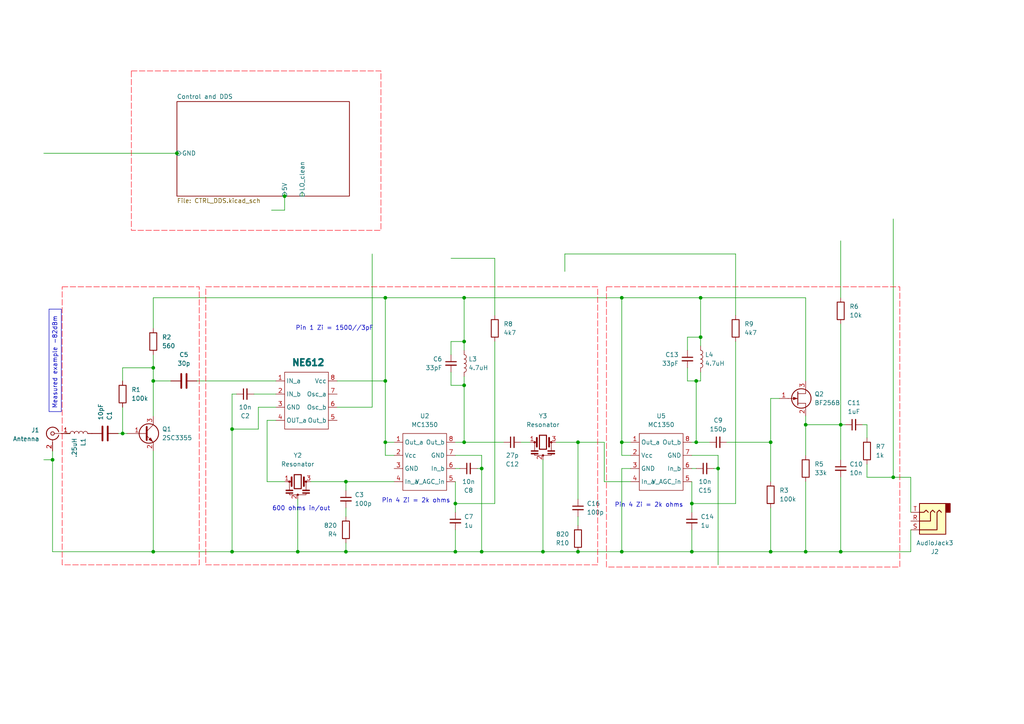
<source format=kicad_sch>
(kicad_sch
	(version 20231120)
	(generator "eeschema")
	(generator_version "8.0")
	(uuid "faaa4fd7-afcf-43ed-a769-0afd59bfc7e6")
	(paper "A4")
	(title_block
		(date "2023-08-11")
		(rev "1")
	)
	(lib_symbols
		(symbol "Connector:Conn_Coaxial"
			(pin_names
				(offset 1.016) hide)
			(exclude_from_sim no)
			(in_bom yes)
			(on_board yes)
			(property "Reference" "J"
				(at 0.254 3.048 0)
				(effects
					(font
						(size 1.27 1.27)
					)
				)
			)
			(property "Value" "Conn_Coaxial"
				(at 2.921 0 90)
				(effects
					(font
						(size 1.27 1.27)
					)
				)
			)
			(property "Footprint" ""
				(at 0 0 0)
				(effects
					(font
						(size 1.27 1.27)
					)
					(hide yes)
				)
			)
			(property "Datasheet" "~"
				(at 0 0 0)
				(effects
					(font
						(size 1.27 1.27)
					)
					(hide yes)
				)
			)
			(property "Description" "coaxial connector (BNC, SMA, SMB, SMC, Cinch/RCA, LEMO, ...)"
				(at 0 0 0)
				(effects
					(font
						(size 1.27 1.27)
					)
					(hide yes)
				)
			)
			(property "ki_keywords" "BNC SMA SMB SMC LEMO coaxial connector CINCH RCA MCX MMCX U.FL UMRF"
				(at 0 0 0)
				(effects
					(font
						(size 1.27 1.27)
					)
					(hide yes)
				)
			)
			(property "ki_fp_filters" "*BNC* *SMA* *SMB* *SMC* *Cinch* *LEMO* *UMRF* *MCX* *U.FL*"
				(at 0 0 0)
				(effects
					(font
						(size 1.27 1.27)
					)
					(hide yes)
				)
			)
			(symbol "Conn_Coaxial_0_1"
				(arc
					(start -1.778 -0.508)
					(mid 0.2311 -1.8066)
					(end 1.778 0)
					(stroke
						(width 0.254)
						(type default)
					)
					(fill
						(type none)
					)
				)
				(polyline
					(pts
						(xy -2.54 0) (xy -0.508 0)
					)
					(stroke
						(width 0)
						(type default)
					)
					(fill
						(type none)
					)
				)
				(polyline
					(pts
						(xy 0 -2.54) (xy 0 -1.778)
					)
					(stroke
						(width 0)
						(type default)
					)
					(fill
						(type none)
					)
				)
				(circle
					(center 0 0)
					(radius 0.508)
					(stroke
						(width 0.2032)
						(type default)
					)
					(fill
						(type none)
					)
				)
				(arc
					(start 1.778 0)
					(mid 0.2099 1.8101)
					(end -1.778 0.508)
					(stroke
						(width 0.254)
						(type default)
					)
					(fill
						(type none)
					)
				)
			)
			(symbol "Conn_Coaxial_1_1"
				(pin passive line
					(at -5.08 0 0)
					(length 2.54)
					(name "In"
						(effects
							(font
								(size 1.27 1.27)
							)
						)
					)
					(number "1"
						(effects
							(font
								(size 1.27 1.27)
							)
						)
					)
				)
				(pin passive line
					(at 0 -5.08 90)
					(length 2.54)
					(name "Ext"
						(effects
							(font
								(size 1.27 1.27)
							)
						)
					)
					(number "2"
						(effects
							(font
								(size 1.27 1.27)
							)
						)
					)
				)
			)
		)
		(symbol "Connector_Audio:AudioJack3"
			(exclude_from_sim no)
			(in_bom yes)
			(on_board yes)
			(property "Reference" "J"
				(at 0 8.89 0)
				(effects
					(font
						(size 1.27 1.27)
					)
				)
			)
			(property "Value" "AudioJack3"
				(at 0 6.35 0)
				(effects
					(font
						(size 1.27 1.27)
					)
				)
			)
			(property "Footprint" ""
				(at 0 0 0)
				(effects
					(font
						(size 1.27 1.27)
					)
					(hide yes)
				)
			)
			(property "Datasheet" "~"
				(at 0 0 0)
				(effects
					(font
						(size 1.27 1.27)
					)
					(hide yes)
				)
			)
			(property "Description" "Audio Jack, 3 Poles (Stereo / TRS)"
				(at 0 0 0)
				(effects
					(font
						(size 1.27 1.27)
					)
					(hide yes)
				)
			)
			(property "ki_keywords" "audio jack receptacle stereo headphones phones TRS connector"
				(at 0 0 0)
				(effects
					(font
						(size 1.27 1.27)
					)
					(hide yes)
				)
			)
			(property "ki_fp_filters" "Jack*"
				(at 0 0 0)
				(effects
					(font
						(size 1.27 1.27)
					)
					(hide yes)
				)
			)
			(symbol "AudioJack3_0_1"
				(rectangle
					(start -5.08 -5.08)
					(end -6.35 -2.54)
					(stroke
						(width 0.254)
						(type default)
					)
					(fill
						(type outline)
					)
				)
				(polyline
					(pts
						(xy 0 -2.54) (xy 0.635 -3.175) (xy 1.27 -2.54) (xy 2.54 -2.54)
					)
					(stroke
						(width 0.254)
						(type default)
					)
					(fill
						(type none)
					)
				)
				(polyline
					(pts
						(xy -1.905 -2.54) (xy -1.27 -3.175) (xy -0.635 -2.54) (xy -0.635 0) (xy 2.54 0)
					)
					(stroke
						(width 0.254)
						(type default)
					)
					(fill
						(type none)
					)
				)
				(polyline
					(pts
						(xy 2.54 2.54) (xy -2.54 2.54) (xy -2.54 -2.54) (xy -3.175 -3.175) (xy -3.81 -2.54)
					)
					(stroke
						(width 0.254)
						(type default)
					)
					(fill
						(type none)
					)
				)
				(rectangle
					(start 2.54 3.81)
					(end -5.08 -5.08)
					(stroke
						(width 0.254)
						(type default)
					)
					(fill
						(type background)
					)
				)
			)
			(symbol "AudioJack3_1_1"
				(pin passive line
					(at 5.08 0 180)
					(length 2.54)
					(name "~"
						(effects
							(font
								(size 1.27 1.27)
							)
						)
					)
					(number "R"
						(effects
							(font
								(size 1.27 1.27)
							)
						)
					)
				)
				(pin passive line
					(at 5.08 2.54 180)
					(length 2.54)
					(name "~"
						(effects
							(font
								(size 1.27 1.27)
							)
						)
					)
					(number "S"
						(effects
							(font
								(size 1.27 1.27)
							)
						)
					)
				)
				(pin passive line
					(at 5.08 -2.54 180)
					(length 2.54)
					(name "~"
						(effects
							(font
								(size 1.27 1.27)
							)
						)
					)
					(number "T"
						(effects
							(font
								(size 1.27 1.27)
							)
						)
					)
				)
			)
		)
		(symbol "Device:C"
			(pin_numbers hide)
			(pin_names
				(offset 0.254)
			)
			(exclude_from_sim no)
			(in_bom yes)
			(on_board yes)
			(property "Reference" "C"
				(at 0.635 2.54 0)
				(effects
					(font
						(size 1.27 1.27)
					)
					(justify left)
				)
			)
			(property "Value" "C"
				(at 0.635 -2.54 0)
				(effects
					(font
						(size 1.27 1.27)
					)
					(justify left)
				)
			)
			(property "Footprint" ""
				(at 0.9652 -3.81 0)
				(effects
					(font
						(size 1.27 1.27)
					)
					(hide yes)
				)
			)
			(property "Datasheet" "~"
				(at 0 0 0)
				(effects
					(font
						(size 1.27 1.27)
					)
					(hide yes)
				)
			)
			(property "Description" "Unpolarized capacitor"
				(at 0 0 0)
				(effects
					(font
						(size 1.27 1.27)
					)
					(hide yes)
				)
			)
			(property "ki_keywords" "cap capacitor"
				(at 0 0 0)
				(effects
					(font
						(size 1.27 1.27)
					)
					(hide yes)
				)
			)
			(property "ki_fp_filters" "C_*"
				(at 0 0 0)
				(effects
					(font
						(size 1.27 1.27)
					)
					(hide yes)
				)
			)
			(symbol "C_0_1"
				(polyline
					(pts
						(xy -2.032 -0.762) (xy 2.032 -0.762)
					)
					(stroke
						(width 0.508)
						(type default)
					)
					(fill
						(type none)
					)
				)
				(polyline
					(pts
						(xy -2.032 0.762) (xy 2.032 0.762)
					)
					(stroke
						(width 0.508)
						(type default)
					)
					(fill
						(type none)
					)
				)
			)
			(symbol "C_1_1"
				(pin passive line
					(at 0 3.81 270)
					(length 2.794)
					(name "~"
						(effects
							(font
								(size 1.27 1.27)
							)
						)
					)
					(number "1"
						(effects
							(font
								(size 1.27 1.27)
							)
						)
					)
				)
				(pin passive line
					(at 0 -3.81 90)
					(length 2.794)
					(name "~"
						(effects
							(font
								(size 1.27 1.27)
							)
						)
					)
					(number "2"
						(effects
							(font
								(size 1.27 1.27)
							)
						)
					)
				)
			)
		)
		(symbol "Device:C_Small"
			(pin_numbers hide)
			(pin_names
				(offset 0.254) hide)
			(exclude_from_sim no)
			(in_bom yes)
			(on_board yes)
			(property "Reference" "C"
				(at 0.254 1.778 0)
				(effects
					(font
						(size 1.27 1.27)
					)
					(justify left)
				)
			)
			(property "Value" "C_Small"
				(at 0.254 -2.032 0)
				(effects
					(font
						(size 1.27 1.27)
					)
					(justify left)
				)
			)
			(property "Footprint" ""
				(at 0 0 0)
				(effects
					(font
						(size 1.27 1.27)
					)
					(hide yes)
				)
			)
			(property "Datasheet" "~"
				(at 0 0 0)
				(effects
					(font
						(size 1.27 1.27)
					)
					(hide yes)
				)
			)
			(property "Description" "Unpolarized capacitor, small symbol"
				(at 0 0 0)
				(effects
					(font
						(size 1.27 1.27)
					)
					(hide yes)
				)
			)
			(property "ki_keywords" "capacitor cap"
				(at 0 0 0)
				(effects
					(font
						(size 1.27 1.27)
					)
					(hide yes)
				)
			)
			(property "ki_fp_filters" "C_*"
				(at 0 0 0)
				(effects
					(font
						(size 1.27 1.27)
					)
					(hide yes)
				)
			)
			(symbol "C_Small_0_1"
				(polyline
					(pts
						(xy -1.524 -0.508) (xy 1.524 -0.508)
					)
					(stroke
						(width 0.3302)
						(type default)
					)
					(fill
						(type none)
					)
				)
				(polyline
					(pts
						(xy -1.524 0.508) (xy 1.524 0.508)
					)
					(stroke
						(width 0.3048)
						(type default)
					)
					(fill
						(type none)
					)
				)
			)
			(symbol "C_Small_1_1"
				(pin passive line
					(at 0 2.54 270)
					(length 2.032)
					(name "~"
						(effects
							(font
								(size 1.27 1.27)
							)
						)
					)
					(number "1"
						(effects
							(font
								(size 1.27 1.27)
							)
						)
					)
				)
				(pin passive line
					(at 0 -2.54 90)
					(length 2.032)
					(name "~"
						(effects
							(font
								(size 1.27 1.27)
							)
						)
					)
					(number "2"
						(effects
							(font
								(size 1.27 1.27)
							)
						)
					)
				)
			)
		)
		(symbol "Device:L"
			(pin_numbers hide)
			(pin_names
				(offset 1.016) hide)
			(exclude_from_sim no)
			(in_bom yes)
			(on_board yes)
			(property "Reference" "L"
				(at -1.27 0 90)
				(effects
					(font
						(size 1.27 1.27)
					)
				)
			)
			(property "Value" "L"
				(at 1.905 0 90)
				(effects
					(font
						(size 1.27 1.27)
					)
				)
			)
			(property "Footprint" ""
				(at 0 0 0)
				(effects
					(font
						(size 1.27 1.27)
					)
					(hide yes)
				)
			)
			(property "Datasheet" "~"
				(at 0 0 0)
				(effects
					(font
						(size 1.27 1.27)
					)
					(hide yes)
				)
			)
			(property "Description" "Inductor"
				(at 0 0 0)
				(effects
					(font
						(size 1.27 1.27)
					)
					(hide yes)
				)
			)
			(property "ki_keywords" "inductor choke coil reactor magnetic"
				(at 0 0 0)
				(effects
					(font
						(size 1.27 1.27)
					)
					(hide yes)
				)
			)
			(property "ki_fp_filters" "Choke_* *Coil* Inductor_* L_*"
				(at 0 0 0)
				(effects
					(font
						(size 1.27 1.27)
					)
					(hide yes)
				)
			)
			(symbol "L_0_1"
				(arc
					(start 0 -2.54)
					(mid 0.6323 -1.905)
					(end 0 -1.27)
					(stroke
						(width 0)
						(type default)
					)
					(fill
						(type none)
					)
				)
				(arc
					(start 0 -1.27)
					(mid 0.6323 -0.635)
					(end 0 0)
					(stroke
						(width 0)
						(type default)
					)
					(fill
						(type none)
					)
				)
				(arc
					(start 0 0)
					(mid 0.6323 0.635)
					(end 0 1.27)
					(stroke
						(width 0)
						(type default)
					)
					(fill
						(type none)
					)
				)
				(arc
					(start 0 1.27)
					(mid 0.6323 1.905)
					(end 0 2.54)
					(stroke
						(width 0)
						(type default)
					)
					(fill
						(type none)
					)
				)
			)
			(symbol "L_1_1"
				(pin passive line
					(at 0 3.81 270)
					(length 1.27)
					(name "1"
						(effects
							(font
								(size 1.27 1.27)
							)
						)
					)
					(number "1"
						(effects
							(font
								(size 1.27 1.27)
							)
						)
					)
				)
				(pin passive line
					(at 0 -3.81 90)
					(length 1.27)
					(name "2"
						(effects
							(font
								(size 1.27 1.27)
							)
						)
					)
					(number "2"
						(effects
							(font
								(size 1.27 1.27)
							)
						)
					)
				)
			)
		)
		(symbol "Device:R"
			(pin_numbers hide)
			(pin_names
				(offset 0)
			)
			(exclude_from_sim no)
			(in_bom yes)
			(on_board yes)
			(property "Reference" "R"
				(at 2.032 0 90)
				(effects
					(font
						(size 1.27 1.27)
					)
				)
			)
			(property "Value" "R"
				(at 0 0 90)
				(effects
					(font
						(size 1.27 1.27)
					)
				)
			)
			(property "Footprint" ""
				(at -1.778 0 90)
				(effects
					(font
						(size 1.27 1.27)
					)
					(hide yes)
				)
			)
			(property "Datasheet" "~"
				(at 0 0 0)
				(effects
					(font
						(size 1.27 1.27)
					)
					(hide yes)
				)
			)
			(property "Description" "Resistor"
				(at 0 0 0)
				(effects
					(font
						(size 1.27 1.27)
					)
					(hide yes)
				)
			)
			(property "ki_keywords" "R res resistor"
				(at 0 0 0)
				(effects
					(font
						(size 1.27 1.27)
					)
					(hide yes)
				)
			)
			(property "ki_fp_filters" "R_*"
				(at 0 0 0)
				(effects
					(font
						(size 1.27 1.27)
					)
					(hide yes)
				)
			)
			(symbol "R_0_1"
				(rectangle
					(start -1.016 -2.54)
					(end 1.016 2.54)
					(stroke
						(width 0.254)
						(type default)
					)
					(fill
						(type none)
					)
				)
			)
			(symbol "R_1_1"
				(pin passive line
					(at 0 3.81 270)
					(length 1.27)
					(name "~"
						(effects
							(font
								(size 1.27 1.27)
							)
						)
					)
					(number "1"
						(effects
							(font
								(size 1.27 1.27)
							)
						)
					)
				)
				(pin passive line
					(at 0 -3.81 90)
					(length 1.27)
					(name "~"
						(effects
							(font
								(size 1.27 1.27)
							)
						)
					)
					(number "2"
						(effects
							(font
								(size 1.27 1.27)
							)
						)
					)
				)
			)
		)
		(symbol "Device:Resonator"
			(pin_names
				(offset 1.016) hide)
			(exclude_from_sim no)
			(in_bom yes)
			(on_board yes)
			(property "Reference" "Y"
				(at 0 5.715 0)
				(effects
					(font
						(size 1.27 1.27)
					)
				)
			)
			(property "Value" "Resonator"
				(at 0 3.81 0)
				(effects
					(font
						(size 1.27 1.27)
					)
				)
			)
			(property "Footprint" ""
				(at -0.635 0 0)
				(effects
					(font
						(size 1.27 1.27)
					)
					(hide yes)
				)
			)
			(property "Datasheet" "~"
				(at -0.635 0 0)
				(effects
					(font
						(size 1.27 1.27)
					)
					(hide yes)
				)
			)
			(property "Description" "Three pin ceramic resonator"
				(at 0 0 0)
				(effects
					(font
						(size 1.27 1.27)
					)
					(hide yes)
				)
			)
			(property "ki_keywords" "ceramic resonator"
				(at 0 0 0)
				(effects
					(font
						(size 1.27 1.27)
					)
					(hide yes)
				)
			)
			(property "ki_fp_filters" "Filter* Resonator*"
				(at 0 0 0)
				(effects
					(font
						(size 1.27 1.27)
					)
					(hide yes)
				)
			)
			(symbol "Resonator_0_1"
				(rectangle
					(start -3.429 -3.175)
					(end -1.397 -3.429)
					(stroke
						(width 0)
						(type default)
					)
					(fill
						(type outline)
					)
				)
				(rectangle
					(start -3.429 -2.413)
					(end -1.397 -2.667)
					(stroke
						(width 0)
						(type default)
					)
					(fill
						(type outline)
					)
				)
				(circle
					(center -2.413 0)
					(radius 0.254)
					(stroke
						(width 0)
						(type default)
					)
					(fill
						(type outline)
					)
				)
				(rectangle
					(start -1.016 2.032)
					(end 1.016 -2.032)
					(stroke
						(width 0.3048)
						(type default)
					)
					(fill
						(type none)
					)
				)
				(circle
					(center 0 -3.81)
					(radius 0.254)
					(stroke
						(width 0)
						(type default)
					)
					(fill
						(type outline)
					)
				)
				(polyline
					(pts
						(xy -2.413 -2.413) (xy -2.413 0)
					)
					(stroke
						(width 0)
						(type default)
					)
					(fill
						(type none)
					)
				)
				(polyline
					(pts
						(xy -1.905 0) (xy -3.175 0)
					)
					(stroke
						(width 0)
						(type default)
					)
					(fill
						(type none)
					)
				)
				(polyline
					(pts
						(xy -1.778 -1.27) (xy -1.778 1.27)
					)
					(stroke
						(width 0.508)
						(type default)
					)
					(fill
						(type none)
					)
				)
				(polyline
					(pts
						(xy 1.778 -1.27) (xy 1.778 1.27)
					)
					(stroke
						(width 0.508)
						(type default)
					)
					(fill
						(type none)
					)
				)
				(polyline
					(pts
						(xy 1.905 0) (xy 2.54 0)
					)
					(stroke
						(width 0)
						(type default)
					)
					(fill
						(type none)
					)
				)
				(polyline
					(pts
						(xy 2.413 0) (xy 2.413 -2.54)
					)
					(stroke
						(width 0)
						(type default)
					)
					(fill
						(type none)
					)
				)
				(polyline
					(pts
						(xy 2.413 -3.302) (xy 2.413 -3.81) (xy -2.413 -3.81) (xy -2.413 -3.302)
					)
					(stroke
						(width 0)
						(type default)
					)
					(fill
						(type none)
					)
				)
				(rectangle
					(start 1.397 -3.175)
					(end 3.429 -3.429)
					(stroke
						(width 0)
						(type default)
					)
					(fill
						(type outline)
					)
				)
				(rectangle
					(start 1.397 -2.413)
					(end 3.429 -2.667)
					(stroke
						(width 0)
						(type default)
					)
					(fill
						(type outline)
					)
				)
				(circle
					(center 2.413 0)
					(radius 0.254)
					(stroke
						(width 0)
						(type default)
					)
					(fill
						(type outline)
					)
				)
			)
			(symbol "Resonator_1_1"
				(pin passive line
					(at -3.81 0 0)
					(length 1.27)
					(name "1"
						(effects
							(font
								(size 1.27 1.27)
							)
						)
					)
					(number "1"
						(effects
							(font
								(size 1.27 1.27)
							)
						)
					)
				)
				(pin passive line
					(at 0 -5.08 90)
					(length 1.27)
					(name "2"
						(effects
							(font
								(size 1.27 1.27)
							)
						)
					)
					(number "2"
						(effects
							(font
								(size 1.27 1.27)
							)
						)
					)
				)
				(pin passive line
					(at 3.81 0 180)
					(length 1.27)
					(name "3"
						(effects
							(font
								(size 1.27 1.27)
							)
						)
					)
					(number "3"
						(effects
							(font
								(size 1.27 1.27)
							)
						)
					)
				)
			)
		)
		(symbol "z_RF_Mixer_LO:NE612"
			(exclude_from_sim no)
			(in_bom yes)
			(on_board yes)
			(property "Reference" "U"
				(at -4.826 6.096 0)
				(effects
					(font
						(size 1.27 1.27)
					)
				)
			)
			(property "Value" "NE612"
				(at -3.81 0 0)
				(effects
					(font
						(size 1.27 1.27)
					)
				)
			)
			(property "Footprint" "Package_DIP:DIP-8_W7.62mm"
				(at -3.81 0 0)
				(effects
					(font
						(size 1.27 1.27)
					)
					(hide yes)
				)
			)
			(property "Datasheet" ""
				(at -3.81 0 0)
				(effects
					(font
						(size 1.27 1.27)
					)
					(hide yes)
				)
			)
			(property "Description" ""
				(at -3.81 0 0)
				(effects
					(font
						(size 1.27 1.27)
					)
					(hide yes)
				)
			)
			(symbol "NE612_0_1"
				(rectangle
					(start -6.35 2.54)
					(end 6.35 -13.97)
					(stroke
						(width 0)
						(type default)
					)
					(fill
						(type none)
					)
				)
			)
			(symbol "NE612_1_1"
				(pin input line
					(at -8.89 0 0)
					(length 2.54)
					(name "IN_a"
						(effects
							(font
								(size 1.27 1.27)
							)
						)
					)
					(number "1"
						(effects
							(font
								(size 1.27 1.27)
							)
						)
					)
				)
				(pin input line
					(at -8.89 -3.81 0)
					(length 2.54)
					(name "IN_b"
						(effects
							(font
								(size 1.27 1.27)
							)
						)
					)
					(number "2"
						(effects
							(font
								(size 1.27 1.27)
							)
						)
					)
				)
				(pin power_in line
					(at -8.89 -7.62 0)
					(length 2.54)
					(name "GND"
						(effects
							(font
								(size 1.27 1.27)
							)
						)
					)
					(number "3"
						(effects
							(font
								(size 1.27 1.27)
							)
						)
					)
				)
				(pin output line
					(at -8.89 -11.43 0)
					(length 2.54)
					(name "OUT_a"
						(effects
							(font
								(size 1.27 1.27)
							)
						)
					)
					(number "4"
						(effects
							(font
								(size 1.27 1.27)
							)
						)
					)
				)
				(pin bidirectional line
					(at 8.89 -11.43 180)
					(length 2.54)
					(name "Out_b"
						(effects
							(font
								(size 1.27 1.27)
							)
						)
					)
					(number "5"
						(effects
							(font
								(size 1.27 1.27)
							)
						)
					)
				)
				(pin bidirectional line
					(at 8.89 -7.62 180)
					(length 2.54)
					(name "Osc_b"
						(effects
							(font
								(size 1.27 1.27)
							)
						)
					)
					(number "6"
						(effects
							(font
								(size 1.27 1.27)
							)
						)
					)
				)
				(pin bidirectional line
					(at 8.89 -3.81 180)
					(length 2.54)
					(name "Osc_a"
						(effects
							(font
								(size 1.27 1.27)
							)
						)
					)
					(number "7"
						(effects
							(font
								(size 1.27 1.27)
							)
						)
					)
				)
				(pin power_in line
					(at 8.89 0 180)
					(length 2.54)
					(name "Vcc"
						(effects
							(font
								(size 1.27 1.27)
							)
						)
					)
					(number "8"
						(effects
							(font
								(size 1.27 1.27)
							)
						)
					)
				)
			)
		)
		(symbol "z_RF_Signal_Amps:MC1350"
			(exclude_from_sim no)
			(in_bom yes)
			(on_board yes)
			(property "Reference" "U"
				(at -4.826 6.096 0)
				(effects
					(font
						(size 1.27 1.27)
					)
				)
			)
			(property "Value" "MC1350"
				(at -3.81 0 0)
				(effects
					(font
						(size 1.27 1.27)
					)
				)
			)
			(property "Footprint" "Package_DIP:DIP-8_W7.62mm"
				(at -3.81 0 0)
				(effects
					(font
						(size 1.27 1.27)
					)
					(hide yes)
				)
			)
			(property "Datasheet" "https://pdf.datasheetcatalog.com/datasheet/philips/SA612.pdf"
				(at -3.81 0 0)
				(effects
					(font
						(size 1.27 1.27)
					)
					(hide yes)
				)
			)
			(property "Description" "IF amp 50dB with AGC, DIP-8"
				(at -3.81 0 0)
				(effects
					(font
						(size 1.27 1.27)
					)
					(hide yes)
				)
			)
			(property "ki_keywords" "NE612, Mixer, Oscillator"
				(at 0 0 0)
				(effects
					(font
						(size 1.27 1.27)
					)
					(hide yes)
				)
			)
			(symbol "MC1350_0_1"
				(rectangle
					(start -6.35 2.54)
					(end 6.35 -13.97)
					(stroke
						(width 0)
						(type default)
					)
					(fill
						(type none)
					)
				)
			)
			(symbol "MC1350_1_1"
				(pin output line
					(at -8.89 0 0)
					(length 2.54)
					(name "Out_a"
						(effects
							(font
								(size 1.27 1.27)
							)
						)
					)
					(number "1"
						(effects
							(font
								(size 1.27 1.27)
							)
						)
					)
				)
				(pin power_in line
					(at -8.89 -3.81 0)
					(length 2.54)
					(name "Vcc"
						(effects
							(font
								(size 1.27 1.27)
							)
						)
					)
					(number "2"
						(effects
							(font
								(size 1.27 1.27)
							)
						)
					)
				)
				(pin power_in line
					(at -8.89 -7.62 0)
					(length 2.54)
					(name "GND"
						(effects
							(font
								(size 1.27 1.27)
							)
						)
					)
					(number "3"
						(effects
							(font
								(size 1.27 1.27)
							)
						)
					)
				)
				(pin input line
					(at -8.89 -11.43 0)
					(length 2.54)
					(name "In_a"
						(effects
							(font
								(size 1.27 1.27)
							)
						)
					)
					(number "4"
						(effects
							(font
								(size 1.27 1.27)
							)
						)
					)
				)
				(pin input line
					(at 8.89 -11.43 180)
					(length 2.54)
					(name "V_AGC_in"
						(effects
							(font
								(size 1.27 1.27)
							)
						)
					)
					(number "5"
						(effects
							(font
								(size 1.27 1.27)
							)
						)
					)
				)
				(pin input line
					(at 8.89 -7.62 180)
					(length 2.54)
					(name "In_b"
						(effects
							(font
								(size 1.27 1.27)
							)
						)
					)
					(number "6"
						(effects
							(font
								(size 1.27 1.27)
							)
						)
					)
				)
				(pin power_in line
					(at 8.89 -3.81 180)
					(length 2.54)
					(name "GND"
						(effects
							(font
								(size 1.27 1.27)
							)
						)
					)
					(number "7"
						(effects
							(font
								(size 1.27 1.27)
							)
						)
					)
				)
				(pin output line
					(at 8.89 0 180)
					(length 2.54)
					(name "Out_b"
						(effects
							(font
								(size 1.27 1.27)
							)
						)
					)
					(number "8"
						(effects
							(font
								(size 1.27 1.27)
							)
						)
					)
				)
			)
		)
		(symbol "z_Transistor_BJT:2SC3355"
			(pin_names
				(offset 0) hide)
			(exclude_from_sim no)
			(in_bom yes)
			(on_board yes)
			(property "Reference" "Q"
				(at 5.588 -0.762 0)
				(effects
					(font
						(size 1.27 1.27)
					)
				)
			)
			(property "Value" "2SC3355"
				(at 9.144 -2.794 0)
				(effects
					(font
						(size 1.27 1.27)
					)
				)
			)
			(property "Footprint" "Package_TO_SOT_THT:TO-92_Inline"
				(at 0 0 0)
				(effects
					(font
						(size 1.27 1.27)
					)
					(hide yes)
				)
			)
			(property "Datasheet" "https://www.alphacron.de/download/hardware/2SC3355.pdf"
				(at -0.254 4.318 0)
				(effects
					(font
						(size 1.27 1.27)
					)
					(hide yes)
				)
			)
			(property "Description" "100mA Ic, 12V Vce, Low Noise 6.5GHz NPN Transistor, TO-92"
				(at 0 0 0)
				(effects
					(font
						(size 1.27 1.27)
					)
					(hide yes)
				)
			)
			(symbol "2SC3355_0_1"
				(polyline
					(pts
						(xy 0.635 0.635) (xy 2.54 2.54)
					)
					(stroke
						(width 0)
						(type default)
					)
					(fill
						(type none)
					)
				)
				(polyline
					(pts
						(xy 0.635 -0.635) (xy 2.54 -2.54) (xy 2.54 -2.54)
					)
					(stroke
						(width 0)
						(type default)
					)
					(fill
						(type none)
					)
				)
				(polyline
					(pts
						(xy 0.635 1.905) (xy 0.635 -1.905) (xy 0.635 -1.905)
					)
					(stroke
						(width 0.508)
						(type default)
					)
					(fill
						(type none)
					)
				)
				(polyline
					(pts
						(xy 1.27 -1.778) (xy 1.778 -1.27) (xy 2.286 -2.286) (xy 1.27 -1.778) (xy 1.27 -1.778)
					)
					(stroke
						(width 0)
						(type default)
					)
					(fill
						(type outline)
					)
				)
				(circle
					(center 1.27 0)
					(radius 2.8194)
					(stroke
						(width 0.254)
						(type default)
					)
					(fill
						(type none)
					)
				)
			)
			(symbol "2SC3355_1_1"
				(pin passive line
					(at -5.08 0 0)
					(length 5.715)
					(name "B"
						(effects
							(font
								(size 1.27 1.27)
							)
						)
					)
					(number "1"
						(effects
							(font
								(size 1.27 1.27)
							)
						)
					)
				)
				(pin passive line
					(at 2.54 -5.08 90)
					(length 2.54)
					(name "E"
						(effects
							(font
								(size 1.27 1.27)
							)
						)
					)
					(number "2"
						(effects
							(font
								(size 1.27 1.27)
							)
						)
					)
				)
				(pin passive line
					(at 2.54 5.08 270)
					(length 2.54)
					(name "C"
						(effects
							(font
								(size 1.27 1.27)
							)
						)
					)
					(number "3"
						(effects
							(font
								(size 1.27 1.27)
							)
						)
					)
				)
			)
		)
		(symbol "z_Transistor_FET:BF256B"
			(pin_names
				(offset 0) hide)
			(exclude_from_sim no)
			(in_bom yes)
			(on_board yes)
			(property "Reference" "Q"
				(at 5.334 -0.254 0)
				(effects
					(font
						(size 1.27 1.27)
					)
				)
			)
			(property "Value" "BF256B"
				(at 8.382 -2.286 0)
				(effects
					(font
						(size 1.27 1.27)
					)
				)
			)
			(property "Footprint" "Package_TO_SOT_THT:TO-92L_Inline"
				(at -16.51 9.652 0)
				(effects
					(font
						(size 1.27 1.27)
					)
					(hide yes)
				)
			)
			(property "Datasheet" "https://www.onsemi.com/download/data-sheet/pdf/bf256b-d.pdf"
				(at 0.254 11.938 0)
				(effects
					(font
						(size 1.27 1.27)
					)
					(hide yes)
				)
			)
			(property "Description" "13mA Id, 30V Vgs, N-Channel JFET RF Amplifier, TO-92"
				(at 0 0 0)
				(effects
					(font
						(size 1.27 1.27)
					)
					(hide yes)
				)
			)
			(property "ki_keywords" "FET, JFET, RF"
				(at 0 0 0)
				(effects
					(font
						(size 1.27 1.27)
					)
					(hide yes)
				)
			)
			(symbol "BF256B_0_1"
				(polyline
					(pts
						(xy 0.254 0) (xy -2.54 0)
					)
					(stroke
						(width 0)
						(type default)
					)
					(fill
						(type none)
					)
				)
				(polyline
					(pts
						(xy 0.254 1.905) (xy 0.254 -1.905)
					)
					(stroke
						(width 0.254)
						(type default)
					)
					(fill
						(type none)
					)
				)
				(polyline
					(pts
						(xy 2.54 -2.54) (xy 2.54 -1.397) (xy 0.254 -1.397)
					)
					(stroke
						(width 0)
						(type default)
					)
					(fill
						(type none)
					)
				)
				(polyline
					(pts
						(xy 2.54 2.54) (xy 2.54 1.397) (xy 0.254 1.397)
					)
					(stroke
						(width 0)
						(type default)
					)
					(fill
						(type none)
					)
				)
				(polyline
					(pts
						(xy 0 0) (xy -1.016 0.381) (xy -1.016 -0.381) (xy 0 0)
					)
					(stroke
						(width 0)
						(type default)
					)
					(fill
						(type outline)
					)
				)
				(circle
					(center 1.27 0)
					(radius 2.8194)
					(stroke
						(width 0.254)
						(type default)
					)
					(fill
						(type none)
					)
				)
			)
			(symbol "BF256B_1_1"
				(pin input line
					(at -5.08 0 0)
					(length 2.54)
					(name "G"
						(effects
							(font
								(size 1.27 1.27)
							)
						)
					)
					(number "1"
						(effects
							(font
								(size 1.27 1.27)
							)
						)
					)
				)
				(pin passive line
					(at 2.54 -5.08 90)
					(length 2.54)
					(name "S"
						(effects
							(font
								(size 1.27 1.27)
							)
						)
					)
					(number "2"
						(effects
							(font
								(size 1.27 1.27)
							)
						)
					)
				)
				(pin passive line
					(at 2.54 5.08 270)
					(length 2.54)
					(name "D"
						(effects
							(font
								(size 1.27 1.27)
							)
						)
					)
					(number "3"
						(effects
							(font
								(size 1.27 1.27)
							)
						)
					)
				)
			)
		)
	)
	(junction
		(at 243.84 123.19)
		(diameter 0)
		(color 0 0 0 0)
		(uuid "1af7a079-a24b-43d8-ad26-04e91c324705")
	)
	(junction
		(at 132.08 160.02)
		(diameter 0)
		(color 0 0 0 0)
		(uuid "23f54cc0-b0b1-4651-9516-5827a54de7dc")
	)
	(junction
		(at 67.31 124.46)
		(diameter 0)
		(color 0 0 0 0)
		(uuid "26cb42a4-798b-4f66-86b1-7974d10386ce")
	)
	(junction
		(at 111.76 128.27)
		(diameter 0)
		(color 0 0 0 0)
		(uuid "2b6fed01-299c-407c-8c6e-0cfa7af44623")
	)
	(junction
		(at 201.93 128.27)
		(diameter 0)
		(color 0 0 0 0)
		(uuid "2c8cc3c2-f51d-4ae8-ad50-5f94790658da")
	)
	(junction
		(at 51.308 44.45)
		(diameter 0)
		(color 0 0 0 0)
		(uuid "2fb8aac1-adc6-4a22-832e-3f53e076a22e")
	)
	(junction
		(at 86.36 160.02)
		(diameter 0)
		(color 0 0 0 0)
		(uuid "31c4fb55-d72e-4c86-afef-5c3ea47acc1d")
	)
	(junction
		(at 223.52 128.27)
		(diameter 0)
		(color 0 0 0 0)
		(uuid "3454dab1-6342-4628-9925-f8e21f8ec6c8")
	)
	(junction
		(at 208.28 135.89)
		(diameter 0)
		(color 0 0 0 0)
		(uuid "3b79a146-a3c2-46b3-bea2-50bc181e516f")
	)
	(junction
		(at 111.76 110.49)
		(diameter 0)
		(color 0 0 0 0)
		(uuid "405c3b16-1d26-42b4-93c0-40b035d957ac")
	)
	(junction
		(at 180.34 86.36)
		(diameter 0)
		(color 0 0 0 0)
		(uuid "4490f257-7ff3-47f0-8cbb-7f4ad0aa4241")
	)
	(junction
		(at 82.55 56.896)
		(diameter 0)
		(color 0 0 0 0)
		(uuid "4634cc19-cf20-4496-aa6b-ee6519513f60")
	)
	(junction
		(at 180.34 128.27)
		(diameter 0)
		(color 0 0 0 0)
		(uuid "4690912e-3dfd-47c7-8e3c-1ea7bc028865")
	)
	(junction
		(at 44.45 110.49)
		(diameter 0)
		(color 0 0 0 0)
		(uuid "49388ab5-8227-485d-aa46-0f49fc043d88")
	)
	(junction
		(at 134.62 128.27)
		(diameter 0)
		(color 0 0 0 0)
		(uuid "4b6c718b-63ce-42b6-b97a-4923023fde92")
	)
	(junction
		(at 134.62 86.36)
		(diameter 0)
		(color 0 0 0 0)
		(uuid "4ea4aa7f-7956-45e8-841c-a4c1ec56f235")
	)
	(junction
		(at 134.62 99.06)
		(diameter 0)
		(color 0 0 0 0)
		(uuid "4ffe3c51-2fc5-4099-bdd6-53d8a2975ae6")
	)
	(junction
		(at 203.2 86.36)
		(diameter 0)
		(color 0 0 0 0)
		(uuid "530ca346-a7ca-45ce-b751-c58d7b36f2b5")
	)
	(junction
		(at 44.45 160.02)
		(diameter 0)
		(color 0 0 0 0)
		(uuid "56bc6d91-b739-4d48-a665-13b8f54ff4eb")
	)
	(junction
		(at 201.93 110.49)
		(diameter 0)
		(color 0 0 0 0)
		(uuid "6146161a-e334-4152-96cc-92cdb3a1f908")
	)
	(junction
		(at 111.76 86.36)
		(diameter 0)
		(color 0 0 0 0)
		(uuid "6781c455-fb65-40ee-b5c4-a819ec263eec")
	)
	(junction
		(at 259.08 138.43)
		(diameter 0)
		(color 0 0 0 0)
		(uuid "7070df7d-efcf-4096-894e-bca8e7717b02")
	)
	(junction
		(at 200.66 160.02)
		(diameter 0)
		(color 0 0 0 0)
		(uuid "7a044116-708e-42c8-9655-2025b9d36f12")
	)
	(junction
		(at 233.68 123.19)
		(diameter 0)
		(color 0 0 0 0)
		(uuid "7f0b232e-4c18-43c8-affb-1fd175d2780d")
	)
	(junction
		(at 134.62 111.76)
		(diameter 0)
		(color 0 0 0 0)
		(uuid "7f5883e5-3282-4205-ad68-bd702fbddcfd")
	)
	(junction
		(at 233.68 160.02)
		(diameter 0)
		(color 0 0 0 0)
		(uuid "81df3b56-a15f-4f94-b9d9-ae7d77300c0e")
	)
	(junction
		(at 67.31 160.02)
		(diameter 0)
		(color 0 0 0 0)
		(uuid "86932e88-7d80-4412-baf8-ef0b8069587b")
	)
	(junction
		(at 167.64 128.27)
		(diameter 0)
		(color 0 0 0 0)
		(uuid "93e78515-b909-486b-b22a-07204be6a9c3")
	)
	(junction
		(at 157.48 160.02)
		(diameter 0)
		(color 0 0 0 0)
		(uuid "94725d86-fda1-4c47-9c58-0a5e014e2d1d")
	)
	(junction
		(at 100.33 139.7)
		(diameter 0)
		(color 0 0 0 0)
		(uuid "a41aeab5-6ede-4da7-a37b-6a034c02656c")
	)
	(junction
		(at 100.33 160.02)
		(diameter 0)
		(color 0 0 0 0)
		(uuid "a925c05f-c9cc-4fe5-a4cd-a6a5662468fc")
	)
	(junction
		(at 203.2 97.79)
		(diameter 0)
		(color 0 0 0 0)
		(uuid "aab27d09-9b36-4bf6-86a3-815d0d4642d6")
	)
	(junction
		(at 223.52 160.02)
		(diameter 0)
		(color 0 0 0 0)
		(uuid "b6be0be0-0e1d-4464-b9cc-39f2a767e8c8")
	)
	(junction
		(at 132.08 146.05)
		(diameter 0)
		(color 0 0 0 0)
		(uuid "b6bfe27d-1557-48c2-9816-17d0a606c98e")
	)
	(junction
		(at 35.56 125.73)
		(diameter 0)
		(color 0 0 0 0)
		(uuid "bcb12d20-e34f-458d-9e58-25d3755562c3")
	)
	(junction
		(at 167.64 160.02)
		(diameter 0)
		(color 0 0 0 0)
		(uuid "c46dfec7-5a74-478f-a9e3-1bc3ac727bf9")
	)
	(junction
		(at 15.24 133.35)
		(diameter 0)
		(color 0 0 0 0)
		(uuid "c4e12d72-b334-4c6b-a5eb-8063e3a1730b")
	)
	(junction
		(at 243.84 160.02)
		(diameter 0)
		(color 0 0 0 0)
		(uuid "ce25290f-68d3-4087-916c-c3e95f89d89d")
	)
	(junction
		(at 44.45 106.68)
		(diameter 0)
		(color 0 0 0 0)
		(uuid "d15aba87-05d9-4fe7-9108-eab1dbf2f2d6")
	)
	(junction
		(at 139.7 160.02)
		(diameter 0)
		(color 0 0 0 0)
		(uuid "e33b0caa-6dae-4d5f-b535-6cd344bdaa6d")
	)
	(junction
		(at 139.7 135.89)
		(diameter 0)
		(color 0 0 0 0)
		(uuid "e802a4ae-5d78-4b1b-a53a-f93bb964ed5f")
	)
	(junction
		(at 180.34 160.02)
		(diameter 0)
		(color 0 0 0 0)
		(uuid "f879537d-f7be-47d2-8a0a-9396b8866d5c")
	)
	(junction
		(at 200.66 146.05)
		(diameter 0)
		(color 0 0 0 0)
		(uuid "fefb77e7-148a-4254-bdcb-01785f8a61ce")
	)
	(wire
		(pts
			(xy 130.81 107.95) (xy 130.81 111.76)
		)
		(stroke
			(width 0)
			(type default)
		)
		(uuid "00a017ac-999f-4054-8372-49909cc2a0a7")
	)
	(wire
		(pts
			(xy 180.34 86.36) (xy 180.34 128.27)
		)
		(stroke
			(width 0)
			(type default)
		)
		(uuid "05ac3666-9249-4db1-83e9-35d12d35b942")
	)
	(wire
		(pts
			(xy 259.08 63.5) (xy 259.08 138.43)
		)
		(stroke
			(width 0)
			(type default)
		)
		(uuid "071deacb-594a-4c14-ba15-e7bac6e12168")
	)
	(wire
		(pts
			(xy 35.56 106.68) (xy 44.45 106.68)
		)
		(stroke
			(width 0)
			(type default)
		)
		(uuid "072d452f-1add-4aa1-acef-e5d5832e35bb")
	)
	(wire
		(pts
			(xy 111.76 86.36) (xy 134.62 86.36)
		)
		(stroke
			(width 0)
			(type default)
		)
		(uuid "07e64009-f424-4628-8047-0b7b00e173c7")
	)
	(wire
		(pts
			(xy 233.68 139.7) (xy 233.68 160.02)
		)
		(stroke
			(width 0)
			(type default)
		)
		(uuid "082e1d2b-a7da-4823-9b81-5eb8a56c09ab")
	)
	(wire
		(pts
			(xy 201.93 128.27) (xy 205.74 128.27)
		)
		(stroke
			(width 0)
			(type default)
		)
		(uuid "091d168b-525f-4717-9902-08f40032352b")
	)
	(wire
		(pts
			(xy 132.08 146.05) (xy 132.08 139.7)
		)
		(stroke
			(width 0)
			(type default)
		)
		(uuid "096286ed-4a68-4396-b89f-820effd72610")
	)
	(wire
		(pts
			(xy 264.16 138.43) (xy 264.16 148.59)
		)
		(stroke
			(width 0)
			(type default)
		)
		(uuid "0d738fc8-09dd-4fec-b19e-1ad68979c23e")
	)
	(wire
		(pts
			(xy 201.93 110.49) (xy 199.39 110.49)
		)
		(stroke
			(width 0)
			(type default)
		)
		(uuid "0dbba889-a1fe-4bd0-9f3f-35774310e245")
	)
	(wire
		(pts
			(xy 233.68 160.02) (xy 243.84 160.02)
		)
		(stroke
			(width 0)
			(type default)
		)
		(uuid "0ecc1ee7-2656-44f5-bb99-9eb982def0c8")
	)
	(wire
		(pts
			(xy 203.2 97.79) (xy 203.2 100.33)
		)
		(stroke
			(width 0)
			(type default)
		)
		(uuid "0f3372cc-b9b8-491b-9a28-b0b716376bd4")
	)
	(wire
		(pts
			(xy 57.15 110.49) (xy 80.01 110.49)
		)
		(stroke
			(width 0)
			(type default)
		)
		(uuid "102e57d8-b696-44e4-ba68-932f680eb9f4")
	)
	(wire
		(pts
			(xy 139.7 160.02) (xy 157.48 160.02)
		)
		(stroke
			(width 0)
			(type default)
		)
		(uuid "106a3967-e31a-42b6-940f-57f727414b03")
	)
	(wire
		(pts
			(xy 134.62 128.27) (xy 146.05 128.27)
		)
		(stroke
			(width 0)
			(type default)
		)
		(uuid "10f7c0f9-c63b-4284-9f95-70bf19c6a761")
	)
	(wire
		(pts
			(xy 67.31 124.46) (xy 67.31 160.02)
		)
		(stroke
			(width 0)
			(type default)
		)
		(uuid "11f6a532-226a-471f-9e81-e2682bcd6864")
	)
	(wire
		(pts
			(xy 80.01 118.11) (xy 74.93 118.11)
		)
		(stroke
			(width 0)
			(type default)
		)
		(uuid "14695353-628a-498c-8734-1eddfbc2e531")
	)
	(wire
		(pts
			(xy 15.24 160.02) (xy 44.45 160.02)
		)
		(stroke
			(width 0)
			(type default)
		)
		(uuid "158e44be-b39b-4c3c-9414-278982820302")
	)
	(wire
		(pts
			(xy 19.05 125.73) (xy 20.32 125.73)
		)
		(stroke
			(width 0)
			(type default)
		)
		(uuid "17da7af2-392b-4a2a-95b1-d07a92c69420")
	)
	(wire
		(pts
			(xy 243.84 93.98) (xy 243.84 123.19)
		)
		(stroke
			(width 0)
			(type default)
		)
		(uuid "17e26305-0c1e-4efc-a7d5-4277e1fe5cc1")
	)
	(wire
		(pts
			(xy 161.29 128.27) (xy 167.64 128.27)
		)
		(stroke
			(width 0)
			(type default)
		)
		(uuid "190af48b-d8f0-410d-bd32-51b54c2faaea")
	)
	(wire
		(pts
			(xy 157.48 160.02) (xy 167.64 160.02)
		)
		(stroke
			(width 0)
			(type default)
		)
		(uuid "1cc681f2-36d3-48b0-b2d4-d819ed1131e2")
	)
	(wire
		(pts
			(xy 180.34 128.27) (xy 182.88 128.27)
		)
		(stroke
			(width 0)
			(type default)
		)
		(uuid "213b6b93-13b8-4383-80e7-055a46dc5979")
	)
	(wire
		(pts
			(xy 133.35 135.89) (xy 132.08 135.89)
		)
		(stroke
			(width 0)
			(type default)
		)
		(uuid "24805852-070c-4797-a5eb-23ccabcac75c")
	)
	(wire
		(pts
			(xy 130.81 99.06) (xy 134.62 99.06)
		)
		(stroke
			(width 0)
			(type default)
		)
		(uuid "279ff50c-c58a-4627-b0be-b27620f159d7")
	)
	(wire
		(pts
			(xy 175.26 139.7) (xy 182.88 139.7)
		)
		(stroke
			(width 0)
			(type default)
		)
		(uuid "2807f639-2f82-4452-b42a-85660cf9581b")
	)
	(wire
		(pts
			(xy 167.64 149.86) (xy 167.64 152.4)
		)
		(stroke
			(width 0)
			(type default)
		)
		(uuid "2a99f030-195f-430c-85a4-c733c670dc4e")
	)
	(wire
		(pts
			(xy 208.28 132.08) (xy 208.28 135.89)
		)
		(stroke
			(width 0)
			(type default)
		)
		(uuid "2aedaf94-f29b-463b-9d22-d0a1a463e10a")
	)
	(wire
		(pts
			(xy 111.76 110.49) (xy 111.76 128.27)
		)
		(stroke
			(width 0)
			(type default)
		)
		(uuid "2dbf1b42-bb8b-458a-8d35-26e65bd47b51")
	)
	(wire
		(pts
			(xy 167.64 128.27) (xy 175.26 128.27)
		)
		(stroke
			(width 0)
			(type default)
		)
		(uuid "3117b98c-9eb0-4a66-baaf-f5d98155e9aa")
	)
	(wire
		(pts
			(xy 201.93 110.49) (xy 203.2 110.49)
		)
		(stroke
			(width 0)
			(type default)
		)
		(uuid "32ad67fa-f0f4-47e0-8c7d-a679ef6f079d")
	)
	(wire
		(pts
			(xy 97.79 110.49) (xy 111.76 110.49)
		)
		(stroke
			(width 0)
			(type default)
		)
		(uuid "36453b50-2d08-4052-862a-52e16f801fbf")
	)
	(wire
		(pts
			(xy 199.39 106.68) (xy 199.39 110.49)
		)
		(stroke
			(width 0)
			(type default)
		)
		(uuid "36beed90-1507-4263-8bc7-8cdce0f547a4")
	)
	(wire
		(pts
			(xy 208.28 135.89) (xy 208.28 163.83)
		)
		(stroke
			(width 0)
			(type default)
		)
		(uuid "37d9da29-4555-489c-92cd-672843ac276f")
	)
	(wire
		(pts
			(xy 44.45 110.49) (xy 44.45 120.65)
		)
		(stroke
			(width 0)
			(type default)
		)
		(uuid "3bdadb70-28c8-4120-862b-c2d1823a0cc6")
	)
	(wire
		(pts
			(xy 44.45 160.02) (xy 67.31 160.02)
		)
		(stroke
			(width 0)
			(type default)
		)
		(uuid "3fe55767-92a1-4c67-8fb8-679b62deb57b")
	)
	(wire
		(pts
			(xy 264.16 138.43) (xy 259.08 138.43)
		)
		(stroke
			(width 0)
			(type default)
		)
		(uuid "43fcf7d7-1964-40d0-80d5-5dc3f5fd7f22")
	)
	(wire
		(pts
			(xy 233.68 123.19) (xy 233.68 132.08)
		)
		(stroke
			(width 0)
			(type default)
		)
		(uuid "464cbc99-60bb-4567-9cec-896f0302c304")
	)
	(wire
		(pts
			(xy 180.34 128.27) (xy 180.34 132.08)
		)
		(stroke
			(width 0)
			(type default)
		)
		(uuid "4878585d-8e8b-4d07-9ef6-152489dfa1e1")
	)
	(wire
		(pts
			(xy 35.56 118.11) (xy 35.56 125.73)
		)
		(stroke
			(width 0)
			(type default)
		)
		(uuid "49bba349-a037-4fa7-b9b0-659f18ad2d39")
	)
	(wire
		(pts
			(xy 200.66 153.67) (xy 200.66 160.02)
		)
		(stroke
			(width 0)
			(type default)
		)
		(uuid "4ae014d4-dd5f-41a5-8de0-2c7bdbc57bd1")
	)
	(wire
		(pts
			(xy 139.7 135.89) (xy 139.7 160.02)
		)
		(stroke
			(width 0)
			(type default)
		)
		(uuid "52288a74-4cc4-4096-9508-13b637ac837a")
	)
	(wire
		(pts
			(xy 67.31 124.46) (xy 74.93 124.46)
		)
		(stroke
			(width 0)
			(type default)
		)
		(uuid "53d5e2f0-108c-4629-80cc-d03613643f3f")
	)
	(wire
		(pts
			(xy 157.48 133.35) (xy 157.48 160.02)
		)
		(stroke
			(width 0)
			(type default)
		)
		(uuid "54d6cb4b-24f5-4f0d-b1ea-e7985ac6d374")
	)
	(wire
		(pts
			(xy 243.84 138.43) (xy 243.84 160.02)
		)
		(stroke
			(width 0)
			(type default)
		)
		(uuid "566b26d6-2725-4612-a0d9-41a059d456c5")
	)
	(wire
		(pts
			(xy 44.45 102.87) (xy 44.45 106.68)
		)
		(stroke
			(width 0)
			(type default)
		)
		(uuid "5a124b2a-ab20-43a6-9b72-119aa7caf348")
	)
	(wire
		(pts
			(xy 114.3 128.27) (xy 111.76 128.27)
		)
		(stroke
			(width 0)
			(type default)
		)
		(uuid "5a742eab-7c2d-4c8d-82cb-8ce09cb69da9")
	)
	(wire
		(pts
			(xy 87.63 55.88) (xy 87.63 56.896)
		)
		(stroke
			(width 0)
			(type default)
		)
		(uuid "5b7032b8-66fb-43bf-ae4c-31b265936af0")
	)
	(wire
		(pts
			(xy 15.24 130.81) (xy 15.24 133.35)
		)
		(stroke
			(width 0)
			(type default)
		)
		(uuid "5fb61968-6f85-444a-b8b7-45ca652fa22f")
	)
	(wire
		(pts
			(xy 100.33 139.7) (xy 114.3 139.7)
		)
		(stroke
			(width 0)
			(type default)
		)
		(uuid "613de833-9ed6-4c67-8bb9-00434145b006")
	)
	(wire
		(pts
			(xy 200.66 146.05) (xy 213.36 146.05)
		)
		(stroke
			(width 0)
			(type default)
		)
		(uuid "6214dc24-b632-4131-a21a-7be4d55b5401")
	)
	(wire
		(pts
			(xy 203.2 86.36) (xy 203.2 97.79)
		)
		(stroke
			(width 0)
			(type default)
		)
		(uuid "62a294e5-cf85-46fe-b783-11fe48f1a137")
	)
	(wire
		(pts
			(xy 203.2 107.95) (xy 203.2 110.49)
		)
		(stroke
			(width 0)
			(type default)
		)
		(uuid "6769dd9e-e3da-4a17-b104-053f9f247dd5")
	)
	(wire
		(pts
			(xy 100.33 157.48) (xy 100.33 160.02)
		)
		(stroke
			(width 0)
			(type default)
		)
		(uuid "6808e8b1-642b-4fd6-9264-d04de94da821")
	)
	(wire
		(pts
			(xy 82.55 56.896) (xy 82.55 60.96)
		)
		(stroke
			(width 0)
			(type default)
		)
		(uuid "6a6daa7d-45b9-440a-9871-a30262120171")
	)
	(wire
		(pts
			(xy 143.51 146.05) (xy 132.08 146.05)
		)
		(stroke
			(width 0)
			(type default)
		)
		(uuid "6aa4a037-cbdb-4f21-a3d2-3b0a7a4569db")
	)
	(wire
		(pts
			(xy 200.66 160.02) (xy 223.52 160.02)
		)
		(stroke
			(width 0)
			(type default)
		)
		(uuid "6b42a81c-4dce-4749-ac77-5296a44f315d")
	)
	(wire
		(pts
			(xy 207.01 135.89) (xy 208.28 135.89)
		)
		(stroke
			(width 0)
			(type default)
		)
		(uuid "6c4a0cea-aa24-406a-becb-842db5985775")
	)
	(wire
		(pts
			(xy 180.34 160.02) (xy 200.66 160.02)
		)
		(stroke
			(width 0)
			(type default)
		)
		(uuid "70d4f757-f309-4add-93e1-4dad1e1dac72")
	)
	(wire
		(pts
			(xy 82.55 60.96) (xy 78.74 60.96)
		)
		(stroke
			(width 0)
			(type default)
		)
		(uuid "72a3b9fb-9391-45f6-a508-0e61b45f47e0")
	)
	(wire
		(pts
			(xy 200.66 148.59) (xy 200.66 146.05)
		)
		(stroke
			(width 0)
			(type default)
		)
		(uuid "7402c66e-6a0e-4f6b-bd7e-b30412b28e4e")
	)
	(wire
		(pts
			(xy 132.08 132.08) (xy 139.7 132.08)
		)
		(stroke
			(width 0)
			(type default)
		)
		(uuid "74c8bcc3-fa1e-4bfd-8b4d-6dab73eea3fb")
	)
	(wire
		(pts
			(xy 80.01 121.92) (xy 77.47 121.92)
		)
		(stroke
			(width 0)
			(type default)
		)
		(uuid "76eeae75-f70d-463c-9be5-7c417d314908")
	)
	(wire
		(pts
			(xy 100.33 139.7) (xy 100.33 142.24)
		)
		(stroke
			(width 0)
			(type default)
		)
		(uuid "7837a97f-42ee-49b2-a579-e2c1b45f5df4")
	)
	(wire
		(pts
			(xy 111.76 128.27) (xy 111.76 132.08)
		)
		(stroke
			(width 0)
			(type default)
		)
		(uuid "784767a0-789a-4ae4-8c85-a21b855d8e5b")
	)
	(wire
		(pts
			(xy 44.45 86.36) (xy 111.76 86.36)
		)
		(stroke
			(width 0)
			(type default)
		)
		(uuid "793d70bc-5935-444f-a37e-019205708c79")
	)
	(wire
		(pts
			(xy 264.16 153.67) (xy 264.16 160.02)
		)
		(stroke
			(width 0)
			(type default)
		)
		(uuid "795fbbd4-724c-4396-954e-53d61f141f4f")
	)
	(wire
		(pts
			(xy 111.76 86.36) (xy 111.76 110.49)
		)
		(stroke
			(width 0)
			(type default)
		)
		(uuid "80e7d5d3-3240-4f3c-a819-6bce6d6c1196")
	)
	(wire
		(pts
			(xy 259.08 138.43) (xy 251.46 138.43)
		)
		(stroke
			(width 0)
			(type default)
		)
		(uuid "81215b87-1f59-4796-974d-ac229d738cba")
	)
	(wire
		(pts
			(xy 223.52 115.57) (xy 223.52 128.27)
		)
		(stroke
			(width 0)
			(type default)
		)
		(uuid "84e1602e-d9ea-42cd-b5b3-6cc0ff0d68bc")
	)
	(wire
		(pts
			(xy 151.13 128.27) (xy 153.67 128.27)
		)
		(stroke
			(width 0)
			(type default)
		)
		(uuid "85365f37-9e49-4511-8457-2d7beb75ec9f")
	)
	(wire
		(pts
			(xy 100.33 160.02) (xy 132.08 160.02)
		)
		(stroke
			(width 0)
			(type default)
		)
		(uuid "867fe0e6-7da7-4c4a-9058-2a569a63d742")
	)
	(wire
		(pts
			(xy 250.19 123.19) (xy 251.46 123.19)
		)
		(stroke
			(width 0)
			(type default)
		)
		(uuid "88506448-6a58-4e3f-881c-f1828f941101")
	)
	(wire
		(pts
			(xy 34.29 125.73) (xy 35.56 125.73)
		)
		(stroke
			(width 0)
			(type default)
		)
		(uuid "8a1d4847-4518-4ecf-8787-8100782ef7c5")
	)
	(wire
		(pts
			(xy 233.68 123.19) (xy 233.68 120.65)
		)
		(stroke
			(width 0)
			(type default)
		)
		(uuid "8a68c6bf-57c7-45a3-88ec-81ea8a1b13fe")
	)
	(wire
		(pts
			(xy 130.81 74.93) (xy 143.51 74.93)
		)
		(stroke
			(width 0)
			(type default)
		)
		(uuid "8e12da71-5cc1-4e9b-9abf-6a395dc59532")
	)
	(wire
		(pts
			(xy 243.84 69.85) (xy 243.84 86.36)
		)
		(stroke
			(width 0)
			(type default)
		)
		(uuid "909f84d3-840a-44fa-abd4-5b0a552292e4")
	)
	(wire
		(pts
			(xy 12.7 44.45) (xy 51.308 44.45)
		)
		(stroke
			(width 0)
			(type default)
		)
		(uuid "91735318-b2d8-4ec0-8cc4-943fd9362089")
	)
	(wire
		(pts
			(xy 77.47 139.7) (xy 82.55 139.7)
		)
		(stroke
			(width 0)
			(type default)
		)
		(uuid "92cfec15-e91f-4e4f-b1fb-f164770d6691")
	)
	(wire
		(pts
			(xy 213.36 146.05) (xy 213.36 99.06)
		)
		(stroke
			(width 0)
			(type default)
		)
		(uuid "94289b65-c518-48e7-8ed1-62438fcb9075")
	)
	(wire
		(pts
			(xy 223.52 160.02) (xy 233.68 160.02)
		)
		(stroke
			(width 0)
			(type default)
		)
		(uuid "94da4566-ebbc-4d80-8c27-5e4c74ec8c9a")
	)
	(wire
		(pts
			(xy 139.7 135.89) (xy 138.43 135.89)
		)
		(stroke
			(width 0)
			(type default)
		)
		(uuid "960f410c-2f54-426c-be56-e2ab071760af")
	)
	(wire
		(pts
			(xy 180.34 86.36) (xy 203.2 86.36)
		)
		(stroke
			(width 0)
			(type default)
		)
		(uuid "97a04cd1-3ab2-48fc-a944-2af35253cb2e")
	)
	(wire
		(pts
			(xy 134.62 86.36) (xy 180.34 86.36)
		)
		(stroke
			(width 0)
			(type default)
		)
		(uuid "9d26da92-2bff-4308-b798-c7cde0938382")
	)
	(wire
		(pts
			(xy 132.08 160.02) (xy 139.7 160.02)
		)
		(stroke
			(width 0)
			(type default)
		)
		(uuid "9f28c34e-2e39-4a78-8353-799b74f54997")
	)
	(wire
		(pts
			(xy 67.31 160.02) (xy 86.36 160.02)
		)
		(stroke
			(width 0)
			(type default)
		)
		(uuid "a0bbd701-fb3e-4f00-a3dd-d823433280a1")
	)
	(wire
		(pts
			(xy 223.52 147.32) (xy 223.52 160.02)
		)
		(stroke
			(width 0)
			(type default)
		)
		(uuid "a29b7009-f173-49ae-894a-3b4c4c20c6f7")
	)
	(wire
		(pts
			(xy 130.81 99.06) (xy 130.81 102.87)
		)
		(stroke
			(width 0)
			(type default)
		)
		(uuid "a316e106-ff3a-46d9-a9b8-43f630bf3b4a")
	)
	(wire
		(pts
			(xy 243.84 123.19) (xy 243.84 133.35)
		)
		(stroke
			(width 0)
			(type default)
		)
		(uuid "a32a19a6-b4e3-4fb9-92df-1b0aab30de42")
	)
	(wire
		(pts
			(xy 44.45 110.49) (xy 49.53 110.49)
		)
		(stroke
			(width 0)
			(type default)
		)
		(uuid "a42bf851-6f65-40f3-97fa-674e9091db70")
	)
	(wire
		(pts
			(xy 86.36 144.78) (xy 86.36 160.02)
		)
		(stroke
			(width 0)
			(type default)
		)
		(uuid "a6962d58-da5e-4d29-a49f-f01ace408212")
	)
	(wire
		(pts
			(xy 44.45 106.68) (xy 44.45 110.49)
		)
		(stroke
			(width 0)
			(type default)
		)
		(uuid "a8645177-18a0-4cbf-abbf-fdc8efd4769e")
	)
	(wire
		(pts
			(xy 233.68 123.19) (xy 243.84 123.19)
		)
		(stroke
			(width 0)
			(type default)
		)
		(uuid "a86b957b-209a-483f-abfa-8456870e8c4f")
	)
	(wire
		(pts
			(xy 132.08 153.67) (xy 132.08 160.02)
		)
		(stroke
			(width 0)
			(type default)
		)
		(uuid "a9c7cbf8-54b9-408b-9da9-06725edfaed3")
	)
	(wire
		(pts
			(xy 67.31 114.3) (xy 68.58 114.3)
		)
		(stroke
			(width 0)
			(type default)
		)
		(uuid "aab478d7-b684-4d36-9847-0f7a049cca9a")
	)
	(wire
		(pts
			(xy 134.62 109.22) (xy 134.62 111.76)
		)
		(stroke
			(width 0)
			(type default)
		)
		(uuid "ab2efa46-2b51-4b2a-9371-2ebbf205a826")
	)
	(wire
		(pts
			(xy 180.34 135.89) (xy 180.34 160.02)
		)
		(stroke
			(width 0)
			(type default)
		)
		(uuid "ab5644f0-9695-4a8d-befd-c560d4633864")
	)
	(wire
		(pts
			(xy 213.36 73.66) (xy 163.83 73.66)
		)
		(stroke
			(width 0)
			(type default)
		)
		(uuid "abb16a58-cc66-4d2b-aaf4-ddc82305a4f2")
	)
	(wire
		(pts
			(xy 143.51 74.93) (xy 143.51 91.44)
		)
		(stroke
			(width 0)
			(type default)
		)
		(uuid "ac82a44c-a6c4-472b-bc71-1e1b619ddb81")
	)
	(wire
		(pts
			(xy 175.26 128.27) (xy 175.26 139.7)
		)
		(stroke
			(width 0)
			(type default)
		)
		(uuid "aefc14e7-fbd5-4566-9d7a-1d5eaea0e0ac")
	)
	(wire
		(pts
			(xy 210.82 128.27) (xy 223.52 128.27)
		)
		(stroke
			(width 0)
			(type default)
		)
		(uuid "af091a6a-eed6-467e-beeb-19f4887f5e7c")
	)
	(wire
		(pts
			(xy 223.52 115.57) (xy 226.06 115.57)
		)
		(stroke
			(width 0)
			(type default)
		)
		(uuid "af99ec95-983e-4359-8d5c-cf57c9949048")
	)
	(wire
		(pts
			(xy 201.93 110.49) (xy 201.93 128.27)
		)
		(stroke
			(width 0)
			(type default)
		)
		(uuid "afb6a4bc-a7ae-4969-b2b8-6f5416a808fe")
	)
	(wire
		(pts
			(xy 44.45 86.36) (xy 44.45 95.25)
		)
		(stroke
			(width 0)
			(type default)
		)
		(uuid "b04df3f8-c685-48ac-b909-b55fa7b23abb")
	)
	(wire
		(pts
			(xy 251.46 134.62) (xy 251.46 138.43)
		)
		(stroke
			(width 0)
			(type default)
		)
		(uuid "b379e21a-87fd-4eea-b316-49c71ba73ef8")
	)
	(wire
		(pts
			(xy 35.56 110.49) (xy 35.56 106.68)
		)
		(stroke
			(width 0)
			(type default)
		)
		(uuid "b4ceceee-57b6-4294-8599-820cc7f946bc")
	)
	(wire
		(pts
			(xy 243.84 160.02) (xy 264.16 160.02)
		)
		(stroke
			(width 0)
			(type default)
		)
		(uuid "b5225bd4-9685-49b1-ba33-c4a75926942e")
	)
	(wire
		(pts
			(xy 199.39 97.79) (xy 203.2 97.79)
		)
		(stroke
			(width 0)
			(type default)
		)
		(uuid "ba9a384e-061e-4003-aaf4-2a923860922d")
	)
	(wire
		(pts
			(xy 200.66 128.27) (xy 201.93 128.27)
		)
		(stroke
			(width 0)
			(type default)
		)
		(uuid "bcde4f39-ac4b-40a4-98d3-f6742bd77514")
	)
	(wire
		(pts
			(xy 12.7 133.35) (xy 15.24 133.35)
		)
		(stroke
			(width 0)
			(type default)
		)
		(uuid "bef9470a-642c-4e56-bd35-b6c8b357383f")
	)
	(wire
		(pts
			(xy 90.17 139.7) (xy 100.33 139.7)
		)
		(stroke
			(width 0)
			(type default)
		)
		(uuid "bf1143d4-1402-4071-8721-65476a785b43")
	)
	(wire
		(pts
			(xy 203.2 86.36) (xy 233.68 86.36)
		)
		(stroke
			(width 0)
			(type default)
		)
		(uuid "bf2db312-f1ea-453e-87be-8fed47b98990")
	)
	(wire
		(pts
			(xy 107.95 73.66) (xy 107.95 118.11)
		)
		(stroke
			(width 0)
			(type default)
		)
		(uuid "bffb7d1a-70c6-4e56-bee1-866900801a84")
	)
	(wire
		(pts
			(xy 15.24 133.35) (xy 15.24 160.02)
		)
		(stroke
			(width 0)
			(type default)
		)
		(uuid "c11726af-0b14-45ec-8c31-61d67efed6c8")
	)
	(wire
		(pts
			(xy 134.62 111.76) (xy 134.62 128.27)
		)
		(stroke
			(width 0)
			(type default)
		)
		(uuid "c24fff1a-e564-4857-ba01-37870c77220d")
	)
	(wire
		(pts
			(xy 243.84 123.19) (xy 245.11 123.19)
		)
		(stroke
			(width 0)
			(type default)
		)
		(uuid "c6cbde33-0333-4bc9-823d-4b51e54c4a25")
	)
	(wire
		(pts
			(xy 130.81 111.76) (xy 134.62 111.76)
		)
		(stroke
			(width 0)
			(type default)
		)
		(uuid "c6e136cd-1ec0-4257-9be6-985de6caaca9")
	)
	(wire
		(pts
			(xy 44.45 130.81) (xy 44.45 160.02)
		)
		(stroke
			(width 0)
			(type default)
		)
		(uuid "c8164320-f74d-4a32-9f5b-2d06dba4194a")
	)
	(wire
		(pts
			(xy 132.08 128.27) (xy 134.62 128.27)
		)
		(stroke
			(width 0)
			(type default)
		)
		(uuid "cc3305ad-e6c1-44f9-8e77-c60a5aad3f85")
	)
	(wire
		(pts
			(xy 114.3 132.08) (xy 111.76 132.08)
		)
		(stroke
			(width 0)
			(type default)
		)
		(uuid "cebc5c36-d31e-4e9c-8b98-4e8eebc8ced4")
	)
	(wire
		(pts
			(xy 200.66 135.89) (xy 201.93 135.89)
		)
		(stroke
			(width 0)
			(type default)
		)
		(uuid "cf3e1374-caa0-4eb6-b6f0-6d8e3f563042")
	)
	(wire
		(pts
			(xy 199.39 97.79) (xy 199.39 101.6)
		)
		(stroke
			(width 0)
			(type default)
		)
		(uuid "d058e816-2124-4b61-93e9-14645218982f")
	)
	(wire
		(pts
			(xy 200.66 132.08) (xy 208.28 132.08)
		)
		(stroke
			(width 0)
			(type default)
		)
		(uuid "d3a781f0-e095-438e-b117-b0e3fd4ffe32")
	)
	(wire
		(pts
			(xy 139.7 132.08) (xy 139.7 135.89)
		)
		(stroke
			(width 0)
			(type default)
		)
		(uuid "d420b9c9-a352-4348-89c1-0eca490643e3")
	)
	(wire
		(pts
			(xy 134.62 86.36) (xy 134.62 99.06)
		)
		(stroke
			(width 0)
			(type default)
		)
		(uuid "d50c057d-3f92-4774-8962-eab3fb3ab7a6")
	)
	(wire
		(pts
			(xy 167.64 160.02) (xy 180.34 160.02)
		)
		(stroke
			(width 0)
			(type default)
		)
		(uuid "d668f5f8-b5c3-46ad-9242-b559362ee304")
	)
	(wire
		(pts
			(xy 67.31 114.3) (xy 67.31 124.46)
		)
		(stroke
			(width 0)
			(type default)
		)
		(uuid "db1dbcd6-dd65-4907-91fa-f38fe0b6c730")
	)
	(wire
		(pts
			(xy 74.93 118.11) (xy 74.93 124.46)
		)
		(stroke
			(width 0)
			(type default)
		)
		(uuid "ddb612fd-7108-42ab-b87c-ab0be396953b")
	)
	(wire
		(pts
			(xy 163.83 73.66) (xy 163.83 78.74)
		)
		(stroke
			(width 0)
			(type default)
		)
		(uuid "defdd94a-dd1e-4dd4-860e-6fdc9f58d5a7")
	)
	(wire
		(pts
			(xy 100.33 147.32) (xy 100.33 149.86)
		)
		(stroke
			(width 0)
			(type default)
		)
		(uuid "df72797b-071f-4fed-80db-84620f36d4d7")
	)
	(wire
		(pts
			(xy 73.66 114.3) (xy 80.01 114.3)
		)
		(stroke
			(width 0)
			(type default)
		)
		(uuid "e094da63-4dd7-449e-af9e-1b8144430677")
	)
	(wire
		(pts
			(xy 182.88 132.08) (xy 180.34 132.08)
		)
		(stroke
			(width 0)
			(type default)
		)
		(uuid "e1169652-6271-47df-b551-b9bf881d7936")
	)
	(wire
		(pts
			(xy 134.62 99.06) (xy 134.62 101.6)
		)
		(stroke
			(width 0)
			(type default)
		)
		(uuid "e167043f-d831-4b06-a262-24b41de674d1")
	)
	(wire
		(pts
			(xy 132.08 148.59) (xy 132.08 146.05)
		)
		(stroke
			(width 0)
			(type default)
		)
		(uuid "e30bb845-a5e9-447d-a703-71aaf49f7047")
	)
	(wire
		(pts
			(xy 223.52 139.7) (xy 223.52 128.27)
		)
		(stroke
			(width 0)
			(type default)
		)
		(uuid "e3c23590-950a-4e40-bdfd-7b5540abfe46")
	)
	(wire
		(pts
			(xy 251.46 127) (xy 251.46 123.19)
		)
		(stroke
			(width 0)
			(type default)
		)
		(uuid "e44dbc53-3ace-4212-b8df-d895892b209a")
	)
	(wire
		(pts
			(xy 82.55 55.88) (xy 82.55 56.896)
		)
		(stroke
			(width 0)
			(type default)
		)
		(uuid "e757d3db-8236-4701-a02b-3cf49ddb0b51")
	)
	(wire
		(pts
			(xy 86.36 160.02) (xy 100.33 160.02)
		)
		(stroke
			(width 0)
			(type default)
		)
		(uuid "e89156d9-9420-42e9-93c0-2931e14a2d3d")
	)
	(wire
		(pts
			(xy 77.47 121.92) (xy 77.47 139.7)
		)
		(stroke
			(width 0)
			(type default)
		)
		(uuid "e941161e-f3f7-4209-b544-a05d419fb106")
	)
	(wire
		(pts
			(xy 200.66 146.05) (xy 200.66 139.7)
		)
		(stroke
			(width 0)
			(type default)
		)
		(uuid "eb8aca97-3dea-485e-877d-19b4a55da7a7")
	)
	(wire
		(pts
			(xy 213.36 91.44) (xy 213.36 73.66)
		)
		(stroke
			(width 0)
			(type default)
		)
		(uuid "ed6b2d28-c7d7-4f0e-8265-add343bbdd14")
	)
	(wire
		(pts
			(xy 97.79 118.11) (xy 107.95 118.11)
		)
		(stroke
			(width 0)
			(type default)
		)
		(uuid "ee26351c-2063-463f-a877-3027ce17788f")
	)
	(wire
		(pts
			(xy 167.64 128.27) (xy 167.64 144.78)
		)
		(stroke
			(width 0)
			(type default)
		)
		(uuid "eefccc14-dd54-4403-a7b1-b16d425dd056")
	)
	(wire
		(pts
			(xy 182.88 135.89) (xy 180.34 135.89)
		)
		(stroke
			(width 0)
			(type default)
		)
		(uuid "f30e72c8-fcfc-4812-a793-6a92b507ca32")
	)
	(wire
		(pts
			(xy 233.68 86.36) (xy 233.68 110.49)
		)
		(stroke
			(width 0)
			(type default)
		)
		(uuid "f683f258-b822-427f-b84a-bd40658353f1")
	)
	(wire
		(pts
			(xy 143.51 99.06) (xy 143.51 146.05)
		)
		(stroke
			(width 0)
			(type default)
		)
		(uuid "f6c99011-2639-442f-8e0c-439fc1998f91")
	)
	(wire
		(pts
			(xy 51.308 44.45) (xy 52.07 44.45)
		)
		(stroke
			(width 0)
			(type default)
		)
		(uuid "f7bc3581-d390-4684-b615-6367b19e56d6")
	)
	(wire
		(pts
			(xy 35.56 125.73) (xy 36.83 125.73)
		)
		(stroke
			(width 0)
			(type default)
		)
		(uuid "fe51e13f-4525-4bd0-b24d-f268787078ae")
	)
	(rectangle
		(start 175.895 83.185)
		(end 260.985 164.465)
		(stroke
			(width 0)
			(type dash)
			(color 255 17 33 1)
		)
		(fill
			(type none)
		)
		(uuid 12d90646-1880-4fa7-a12f-0e4403d3e738)
	)
	(rectangle
		(start 18.034 83.185)
		(end 57.785 163.83)
		(stroke
			(width 0)
			(type dash)
			(color 255 17 33 1)
		)
		(fill
			(type none)
		)
		(uuid 24a1b2c7-c70e-4073-9cf8-c44c63fa9f68)
	)
	(rectangle
		(start 59.69 83.185)
		(end 173.355 163.83)
		(stroke
			(width 0)
			(type dash)
			(color 255 17 33 1)
		)
		(fill
			(type none)
		)
		(uuid d2ff00c6-b21a-4d16-bf1d-0624fe179167)
	)
	(rectangle
		(start 38.1 20.574)
		(end 110.49 66.802)
		(stroke
			(width 0)
			(type dash)
			(color 255 17 33 1)
		)
		(fill
			(type none)
		)
		(uuid d3cada59-a2dc-49ee-9fd8-05822b6a71bd)
	)
	(text_box "Measured example -82dBm"
		(exclude_from_sim no)
		(at 14.224 89.662 90)
		(size 3.556 29.718)
		(stroke
			(width 0)
			(type default)
		)
		(fill
			(type none)
		)
		(effects
			(font
				(size 1.27 1.27)
			)
			(justify left top)
		)
		(uuid "fed08d5b-ea24-4b27-9a28-f6ce1821c931")
	)
	(text "600 ohms in/out"
		(exclude_from_sim no)
		(at 87.376 147.574 0)
		(effects
			(font
				(size 1.27 1.27)
			)
		)
		(uuid "2ba2ad5b-9f5e-42ae-963b-8cf2b4ce3f5e")
	)
	(text "Pin 4 Zi = 2k ohms"
		(exclude_from_sim no)
		(at 188.214 146.558 0)
		(effects
			(font
				(size 1.27 1.27)
			)
		)
		(uuid "9a6e6fff-c926-4a9a-a9d8-3e95ccb560c8")
	)
	(text "Pin 4 Zi = 2k ohms"
		(exclude_from_sim no)
		(at 120.65 145.288 0)
		(effects
			(font
				(size 1.27 1.27)
			)
		)
		(uuid "a9f24828-fff6-43fb-90c5-85a7b798d584")
	)
	(text "Pin 1 Zi = 1500//3pF\n"
		(exclude_from_sim no)
		(at 97.028 95.25 0)
		(effects
			(font
				(size 1.27 1.27)
			)
		)
		(uuid "e71a01f0-56d5-4549-8bdb-d02b35e25622")
	)
	(symbol
		(lib_id "Device:L")
		(at 203.2 104.14 0)
		(unit 1)
		(exclude_from_sim no)
		(in_bom yes)
		(on_board yes)
		(dnp no)
		(fields_autoplaced yes)
		(uuid "0401c4ba-0415-4ba1-9132-4b73557212af")
		(property "Reference" "L4"
			(at 204.47 102.8699 0)
			(effects
				(font
					(size 1.27 1.27)
				)
				(justify left)
			)
		)
		(property "Value" "4.7uH"
			(at 204.47 105.4099 0)
			(effects
				(font
					(size 1.27 1.27)
				)
				(justify left)
			)
		)
		(property "Footprint" "Inductor_THT:L_Axial_L5.3mm_D2.2mm_P2.54mm_Vertical_Vishay_IM-1"
			(at 203.2 104.14 0)
			(effects
				(font
					(size 1.27 1.27)
				)
				(hide yes)
			)
		)
		(property "Datasheet" "~"
			(at 203.2 104.14 0)
			(effects
				(font
					(size 1.27 1.27)
				)
				(hide yes)
			)
		)
		(property "Description" "Inductor"
			(at 203.2 104.14 0)
			(effects
				(font
					(size 1.27 1.27)
				)
				(hide yes)
			)
		)
		(pin "1"
			(uuid "79f744fd-c375-4e0d-95ed-e6f5e3b0009a")
		)
		(pin "2"
			(uuid "33c24595-985a-48ae-949e-baa42e8a2686")
		)
		(instances
			(project "Airband Scanner"
				(path "/faaa4fd7-afcf-43ed-a769-0afd59bfc7e6"
					(reference "L4")
					(unit 1)
				)
			)
		)
	)
	(symbol
		(lib_id "Device:Resonator")
		(at 86.36 139.7 0)
		(unit 1)
		(exclude_from_sim no)
		(in_bom yes)
		(on_board yes)
		(dnp no)
		(fields_autoplaced yes)
		(uuid "067110b0-be29-42e2-9952-75add0471834")
		(property "Reference" "Y2"
			(at 86.36 132.08 0)
			(effects
				(font
					(size 1.27 1.27)
				)
			)
		)
		(property "Value" "Resonator"
			(at 86.36 134.62 0)
			(effects
				(font
					(size 1.27 1.27)
				)
			)
		)
		(property "Footprint" "Crystal:Resonator_Murata_CSTLSxxxX-3Pin_W5.5mm_H3.0mm"
			(at 85.725 139.7 0)
			(effects
				(font
					(size 1.27 1.27)
				)
				(hide yes)
			)
		)
		(property "Datasheet" "~"
			(at 85.725 139.7 0)
			(effects
				(font
					(size 1.27 1.27)
				)
				(hide yes)
			)
		)
		(property "Description" "Three pin ceramic resonator"
			(at 86.36 139.7 0)
			(effects
				(font
					(size 1.27 1.27)
				)
				(hide yes)
			)
		)
		(pin "2"
			(uuid "edf9071f-dd50-4724-a919-e1dd169a8aaf")
		)
		(pin "1"
			(uuid "ffb2112d-de4f-4a09-9908-7c15f4628b0d")
		)
		(pin "3"
			(uuid "6fb891d6-d3e1-4066-9925-8b55569e4c5f")
		)
		(instances
			(project "Airband Scanner"
				(path "/faaa4fd7-afcf-43ed-a769-0afd59bfc7e6"
					(reference "Y2")
					(unit 1)
				)
			)
		)
	)
	(symbol
		(lib_id "Connector:Conn_Coaxial")
		(at 15.24 125.73 0)
		(mirror y)
		(unit 1)
		(exclude_from_sim no)
		(in_bom yes)
		(on_board no)
		(dnp no)
		(uuid "0b1c5cf3-0a07-43d1-949c-3589b2614f82")
		(property "Reference" "J1"
			(at 11.43 124.7531 0)
			(effects
				(font
					(size 1.27 1.27)
				)
				(justify left)
			)
		)
		(property "Value" "Antenna"
			(at 11.43 127.2931 0)
			(effects
				(font
					(size 1.27 1.27)
				)
				(justify left)
			)
		)
		(property "Footprint" ""
			(at 15.24 125.73 0)
			(effects
				(font
					(size 1.27 1.27)
				)
				(hide yes)
			)
		)
		(property "Datasheet" "~"
			(at 15.24 125.73 0)
			(effects
				(font
					(size 1.27 1.27)
				)
				(hide yes)
			)
		)
		(property "Description" "coaxial connector (BNC, SMA, SMB, SMC, Cinch/RCA, LEMO, ...)"
			(at 15.24 125.73 0)
			(effects
				(font
					(size 1.27 1.27)
				)
				(hide yes)
			)
		)
		(pin "1"
			(uuid "520910e0-7c50-492a-9a2a-df640939ada8")
		)
		(pin "2"
			(uuid "7929124c-2e38-4e30-8631-6a16e04fd609")
		)
		(instances
			(project "Airband Scanner"
				(path "/faaa4fd7-afcf-43ed-a769-0afd59bfc7e6"
					(reference "J1")
					(unit 1)
				)
			)
		)
	)
	(symbol
		(lib_id "Device:C_Small")
		(at 243.84 135.89 0)
		(unit 1)
		(exclude_from_sim no)
		(in_bom yes)
		(on_board yes)
		(dnp no)
		(uuid "165fc1a4-c358-4866-a066-6ad377289c54")
		(property "Reference" "C10"
			(at 246.38 134.6262 0)
			(effects
				(font
					(size 1.27 1.27)
				)
				(justify left)
			)
		)
		(property "Value" "10n"
			(at 246.38 137.1662 0)
			(effects
				(font
					(size 1.27 1.27)
				)
				(justify left)
			)
		)
		(property "Footprint" "Capacitor_THT:C_Disc_D3.0mm_W2.0mm_P2.50mm"
			(at 243.84 135.89 0)
			(effects
				(font
					(size 1.27 1.27)
				)
				(hide yes)
			)
		)
		(property "Datasheet" "~"
			(at 243.84 135.89 0)
			(effects
				(font
					(size 1.27 1.27)
				)
				(hide yes)
			)
		)
		(property "Description" "Unpolarized capacitor, small symbol"
			(at 243.84 135.89 0)
			(effects
				(font
					(size 1.27 1.27)
				)
				(hide yes)
			)
		)
		(pin "1"
			(uuid "a3101335-fc53-4dd9-968f-a517308fb831")
		)
		(pin "2"
			(uuid "e0a36400-c868-4887-b88a-6cde763d943e")
		)
		(instances
			(project "Airband Scanner"
				(path "/faaa4fd7-afcf-43ed-a769-0afd59bfc7e6"
					(reference "C10")
					(unit 1)
				)
			)
		)
	)
	(symbol
		(lib_id "Connector_Audio:AudioJack3")
		(at 269.24 151.13 180)
		(unit 1)
		(exclude_from_sim no)
		(in_bom yes)
		(on_board no)
		(dnp no)
		(uuid "21849d59-f71c-43fd-9972-838bb1bc4fc3")
		(property "Reference" "J2"
			(at 271.145 160.02 0)
			(effects
				(font
					(size 1.27 1.27)
				)
			)
		)
		(property "Value" "AudioJack3"
			(at 271.145 157.48 0)
			(effects
				(font
					(size 1.27 1.27)
				)
			)
		)
		(property "Footprint" ""
			(at 269.24 151.13 0)
			(effects
				(font
					(size 1.27 1.27)
				)
				(hide yes)
			)
		)
		(property "Datasheet" "~"
			(at 269.24 151.13 0)
			(effects
				(font
					(size 1.27 1.27)
				)
				(hide yes)
			)
		)
		(property "Description" "Audio Jack, 3 Poles (Stereo / TRS)"
			(at 269.24 151.13 0)
			(effects
				(font
					(size 1.27 1.27)
				)
				(hide yes)
			)
		)
		(pin "R"
			(uuid "d7782467-168d-445f-aaf4-d067476b5365")
		)
		(pin "T"
			(uuid "957e8a0c-527c-423b-8d88-c733b1a46d5b")
		)
		(pin "S"
			(uuid "5c059e4a-6c80-48e8-9f3f-6838f7c3f7a7")
		)
		(instances
			(project "Airband Scanner"
				(path "/faaa4fd7-afcf-43ed-a769-0afd59bfc7e6"
					(reference "J2")
					(unit 1)
				)
			)
		)
	)
	(symbol
		(lib_id "z_Transistor_FET:BF256B")
		(at 231.14 115.57 0)
		(unit 1)
		(exclude_from_sim no)
		(in_bom yes)
		(on_board yes)
		(dnp no)
		(fields_autoplaced yes)
		(uuid "222fdbd8-538d-4f07-bc32-a4ffefb2ccee")
		(property "Reference" "Q2"
			(at 236.22 114.2999 0)
			(effects
				(font
					(size 1.27 1.27)
				)
				(justify left)
			)
		)
		(property "Value" "BF256B"
			(at 236.22 116.8399 0)
			(effects
				(font
					(size 1.27 1.27)
				)
				(justify left)
			)
		)
		(property "Footprint" "Package_TO_SOT_THT:TO-92L_Inline"
			(at 214.63 105.918 0)
			(effects
				(font
					(size 1.27 1.27)
				)
				(hide yes)
			)
		)
		(property "Datasheet" "https://www.onsemi.com/download/data-sheet/pdf/bf256b-d.pdf"
			(at 231.394 103.632 0)
			(effects
				(font
					(size 1.27 1.27)
				)
				(hide yes)
			)
		)
		(property "Description" "13mA Id, 30V Vgs, N-Channel JFET RF Amplifier, TO-92"
			(at 231.14 115.57 0)
			(effects
				(font
					(size 1.27 1.27)
				)
				(hide yes)
			)
		)
		(pin "3"
			(uuid "b25813f0-864a-4881-a27c-827b0e485722")
		)
		(pin "2"
			(uuid "a3088942-bffb-4f7b-ad63-b4c2fcca66ea")
		)
		(pin "1"
			(uuid "c2d635da-a14d-4972-886e-b6f77f5dbd30")
		)
		(instances
			(project "Airband Scanner"
				(path "/faaa4fd7-afcf-43ed-a769-0afd59bfc7e6"
					(reference "Q2")
					(unit 1)
				)
			)
		)
	)
	(symbol
		(lib_id "Device:L")
		(at 134.62 105.41 0)
		(unit 1)
		(exclude_from_sim no)
		(in_bom yes)
		(on_board yes)
		(dnp no)
		(fields_autoplaced yes)
		(uuid "22edce27-3e24-4539-a6a7-cfc251687618")
		(property "Reference" "L3"
			(at 135.89 104.1399 0)
			(effects
				(font
					(size 1.27 1.27)
				)
				(justify left)
			)
		)
		(property "Value" "4.7uH"
			(at 135.89 106.6799 0)
			(effects
				(font
					(size 1.27 1.27)
				)
				(justify left)
			)
		)
		(property "Footprint" "Inductor_THT:L_Axial_L5.3mm_D2.2mm_P2.54mm_Vertical_Vishay_IM-1"
			(at 134.62 105.41 0)
			(effects
				(font
					(size 1.27 1.27)
				)
				(hide yes)
			)
		)
		(property "Datasheet" "~"
			(at 134.62 105.41 0)
			(effects
				(font
					(size 1.27 1.27)
				)
				(hide yes)
			)
		)
		(property "Description" "Inductor"
			(at 134.62 105.41 0)
			(effects
				(font
					(size 1.27 1.27)
				)
				(hide yes)
			)
		)
		(pin "1"
			(uuid "670f7379-6776-4764-bb5a-d3e212bfe8ae")
		)
		(pin "2"
			(uuid "3eb7faa4-545d-4a69-8b68-8949535dcfea")
		)
		(instances
			(project "Airband Scanner"
				(path "/faaa4fd7-afcf-43ed-a769-0afd59bfc7e6"
					(reference "L3")
					(unit 1)
				)
			)
		)
	)
	(symbol
		(lib_id "Device:C_Small")
		(at 148.59 128.27 90)
		(mirror x)
		(unit 1)
		(exclude_from_sim no)
		(in_bom yes)
		(on_board yes)
		(dnp no)
		(uuid "3373e597-c779-46ff-8de4-e822c1499a98")
		(property "Reference" "C12"
			(at 148.5963 134.62 90)
			(effects
				(font
					(size 1.27 1.27)
				)
			)
		)
		(property "Value" "27p"
			(at 148.5963 132.08 90)
			(effects
				(font
					(size 1.27 1.27)
				)
			)
		)
		(property "Footprint" "Capacitor_THT:C_Disc_D3.0mm_W2.0mm_P2.50mm"
			(at 148.59 128.27 0)
			(effects
				(font
					(size 1.27 1.27)
				)
				(hide yes)
			)
		)
		(property "Datasheet" "~"
			(at 148.59 128.27 0)
			(effects
				(font
					(size 1.27 1.27)
				)
				(hide yes)
			)
		)
		(property "Description" "Unpolarized capacitor, small symbol"
			(at 148.59 128.27 0)
			(effects
				(font
					(size 1.27 1.27)
				)
				(hide yes)
			)
		)
		(pin "1"
			(uuid "51226f64-98fc-46e5-8d47-8d39c4a47b45")
		)
		(pin "2"
			(uuid "69d5b96c-ccec-4fc1-809e-40876dc1dc4d")
		)
		(instances
			(project "Airband Scanner"
				(path "/faaa4fd7-afcf-43ed-a769-0afd59bfc7e6"
					(reference "C12")
					(unit 1)
				)
			)
		)
	)
	(symbol
		(lib_id "z_RF_Signal_Amps:MC1350")
		(at 123.19 128.27 0)
		(unit 1)
		(exclude_from_sim no)
		(in_bom yes)
		(on_board yes)
		(dnp no)
		(fields_autoplaced yes)
		(uuid "4ab5e431-9f91-4a64-99d6-d27050055d7a")
		(property "Reference" "U2"
			(at 123.19 120.65 0)
			(effects
				(font
					(size 1.27 1.27)
				)
			)
		)
		(property "Value" "MC1350"
			(at 123.19 123.19 0)
			(effects
				(font
					(size 1.27 1.27)
				)
			)
		)
		(property "Footprint" "Package_DIP:DIP-8_W7.62mm"
			(at 119.38 128.27 0)
			(effects
				(font
					(size 1.27 1.27)
				)
				(hide yes)
			)
		)
		(property "Datasheet" "https://pdf.datasheetcatalog.com/datasheet/philips/SA612.pdf"
			(at 119.38 128.27 0)
			(effects
				(font
					(size 1.27 1.27)
				)
				(hide yes)
			)
		)
		(property "Description" "IF amp 50dB with AGC, DIP-8"
			(at 119.38 128.27 0)
			(effects
				(font
					(size 1.27 1.27)
				)
				(hide yes)
			)
		)
		(pin "5"
			(uuid "102c2169-4371-4744-8b23-0bda139559f2")
		)
		(pin "8"
			(uuid "4851d208-1b36-49f9-affa-2879464c35d3")
		)
		(pin "3"
			(uuid "7188bb8f-339a-4e0c-97c8-97a3026eefd8")
		)
		(pin "6"
			(uuid "6ff17734-9472-4161-b231-3f03e1f13e2d")
		)
		(pin "4"
			(uuid "f4f76e1e-37e4-4e3d-84be-c157a39f961a")
		)
		(pin "7"
			(uuid "f75c2804-9719-4032-b165-5f261e462528")
		)
		(pin "2"
			(uuid "65314157-f3d9-47c3-b01b-d42b61b4e6b8")
		)
		(pin "1"
			(uuid "47ecd219-b2c8-417d-b03a-d6fdd49a3dc7")
		)
		(instances
			(project "Airband Scanner"
				(path "/faaa4fd7-afcf-43ed-a769-0afd59bfc7e6"
					(reference "U2")
					(unit 1)
				)
			)
		)
	)
	(symbol
		(lib_id "z_Transistor_BJT:2SC3355")
		(at 41.91 125.73 0)
		(unit 1)
		(exclude_from_sim no)
		(in_bom yes)
		(on_board no)
		(dnp no)
		(fields_autoplaced yes)
		(uuid "631e62a5-5505-4608-9ed8-ec04e782d448")
		(property "Reference" "Q1"
			(at 46.99 124.4599 0)
			(effects
				(font
					(size 1.27 1.27)
				)
				(justify left)
			)
		)
		(property "Value" "2SC3355"
			(at 46.99 126.9999 0)
			(effects
				(font
					(size 1.27 1.27)
				)
				(justify left)
			)
		)
		(property "Footprint" "Package_TO_SOT_THT:TO-92_Inline"
			(at 41.91 125.73 0)
			(effects
				(font
					(size 1.27 1.27)
				)
				(hide yes)
			)
		)
		(property "Datasheet" "https://www.alphacron.de/download/hardware/2SC3355.pdf"
			(at 41.656 121.412 0)
			(effects
				(font
					(size 1.27 1.27)
				)
				(hide yes)
			)
		)
		(property "Description" "100mA Ic, 12V Vce, Low Noise 6.5GHz NPN Transistor, TO-92"
			(at 41.91 125.73 0)
			(effects
				(font
					(size 1.27 1.27)
				)
				(hide yes)
			)
		)
		(pin "3"
			(uuid "9580b7bf-0620-41ca-9873-6dfccea1a9f6")
		)
		(pin "2"
			(uuid "a51d1be9-b704-4657-91ea-67e804bd3b51")
		)
		(pin "1"
			(uuid "46a0bab0-f2be-456e-85ca-2a4b5ae55c57")
		)
		(instances
			(project "Airband Scanner"
				(path "/faaa4fd7-afcf-43ed-a769-0afd59bfc7e6"
					(reference "Q1")
					(unit 1)
				)
			)
		)
	)
	(symbol
		(lib_id "Device:R")
		(at 100.33 153.67 180)
		(unit 1)
		(exclude_from_sim no)
		(in_bom yes)
		(on_board yes)
		(dnp no)
		(uuid "63ca116d-1540-401a-b60b-599a369d10ee")
		(property "Reference" "R4"
			(at 97.79 154.9401 0)
			(effects
				(font
					(size 1.27 1.27)
				)
				(justify left)
			)
		)
		(property "Value" "820"
			(at 97.79 152.4001 0)
			(effects
				(font
					(size 1.27 1.27)
				)
				(justify left)
			)
		)
		(property "Footprint" "Resistor_THT:R_Axial_DIN0204_L3.6mm_D1.6mm_P2.54mm_Vertical"
			(at 102.108 153.67 90)
			(effects
				(font
					(size 1.27 1.27)
				)
				(hide yes)
			)
		)
		(property "Datasheet" "~"
			(at 100.33 153.67 0)
			(effects
				(font
					(size 1.27 1.27)
				)
				(hide yes)
			)
		)
		(property "Description" "Resistor"
			(at 100.33 153.67 0)
			(effects
				(font
					(size 1.27 1.27)
				)
				(hide yes)
			)
		)
		(pin "2"
			(uuid "219b090b-f06b-4ee8-b183-56f3fb0b5112")
		)
		(pin "1"
			(uuid "4ac6b781-c71c-4351-8600-80fddb7e974c")
		)
		(instances
			(project "Airband Scanner"
				(path "/faaa4fd7-afcf-43ed-a769-0afd59bfc7e6"
					(reference "R4")
					(unit 1)
				)
			)
		)
	)
	(symbol
		(lib_id "Device:R")
		(at 243.84 90.17 0)
		(unit 1)
		(exclude_from_sim no)
		(in_bom yes)
		(on_board yes)
		(dnp no)
		(uuid "662d607f-0ed1-4702-800d-4327e3dc8469")
		(property "Reference" "R6"
			(at 246.38 88.8999 0)
			(effects
				(font
					(size 1.27 1.27)
				)
				(justify left)
			)
		)
		(property "Value" "10k"
			(at 246.38 91.4399 0)
			(effects
				(font
					(size 1.27 1.27)
				)
				(justify left)
			)
		)
		(property "Footprint" "Resistor_THT:R_Axial_DIN0204_L3.6mm_D1.6mm_P2.54mm_Vertical"
			(at 242.062 90.17 90)
			(effects
				(font
					(size 1.27 1.27)
				)
				(hide yes)
			)
		)
		(property "Datasheet" "~"
			(at 243.84 90.17 0)
			(effects
				(font
					(size 1.27 1.27)
				)
				(hide yes)
			)
		)
		(property "Description" "Resistor"
			(at 243.84 90.17 0)
			(effects
				(font
					(size 1.27 1.27)
				)
				(hide yes)
			)
		)
		(pin "2"
			(uuid "d65ee0e3-dc36-41e9-a4b6-8fcff0cfae07")
		)
		(pin "1"
			(uuid "259d6417-da4f-4ba0-8f41-205ee76715b7")
		)
		(instances
			(project "Airband Scanner"
				(path "/faaa4fd7-afcf-43ed-a769-0afd59bfc7e6"
					(reference "R6")
					(unit 1)
				)
			)
		)
	)
	(symbol
		(lib_id "z_RF_Signal_Amps:MC1350")
		(at 191.77 128.27 0)
		(unit 1)
		(exclude_from_sim no)
		(in_bom yes)
		(on_board yes)
		(dnp no)
		(fields_autoplaced yes)
		(uuid "69052e05-aeb8-4d68-b5a0-87a0fb43ef51")
		(property "Reference" "U5"
			(at 191.77 120.65 0)
			(effects
				(font
					(size 1.27 1.27)
				)
			)
		)
		(property "Value" "MC1350"
			(at 191.77 123.19 0)
			(effects
				(font
					(size 1.27 1.27)
				)
			)
		)
		(property "Footprint" "Package_DIP:DIP-8_W7.62mm"
			(at 187.96 128.27 0)
			(effects
				(font
					(size 1.27 1.27)
				)
				(hide yes)
			)
		)
		(property "Datasheet" "https://pdf.datasheetcatalog.com/datasheet/philips/SA612.pdf"
			(at 187.96 128.27 0)
			(effects
				(font
					(size 1.27 1.27)
				)
				(hide yes)
			)
		)
		(property "Description" "IF amp 50dB with AGC, DIP-8"
			(at 187.96 128.27 0)
			(effects
				(font
					(size 1.27 1.27)
				)
				(hide yes)
			)
		)
		(pin "5"
			(uuid "7335a3d1-400b-40c5-9442-687ad2950f53")
		)
		(pin "8"
			(uuid "3271cb72-76dc-4498-91b8-36ac9e775263")
		)
		(pin "3"
			(uuid "9aa86fc6-eddc-4489-9d1a-da586c5362b7")
		)
		(pin "6"
			(uuid "e30e3066-8b7e-4b19-a7db-3b7ccf95391e")
		)
		(pin "4"
			(uuid "bd69759b-7a69-436b-aff4-1c073c148b12")
		)
		(pin "7"
			(uuid "ad92ce60-5e0c-4575-a4de-e48f76533250")
		)
		(pin "2"
			(uuid "b7f767dd-96b3-4384-8dd1-c738ec5cf7c6")
		)
		(pin "1"
			(uuid "d47ed565-75ef-47a0-8c77-8c86d724b796")
		)
		(instances
			(project "Airband Scanner"
				(path "/faaa4fd7-afcf-43ed-a769-0afd59bfc7e6"
					(reference "U5")
					(unit 1)
				)
			)
		)
	)
	(symbol
		(lib_id "Device:C")
		(at 53.34 110.49 270)
		(unit 1)
		(exclude_from_sim no)
		(in_bom yes)
		(on_board no)
		(dnp no)
		(fields_autoplaced yes)
		(uuid "6c84188a-3c80-4dfd-9b03-27a232645164")
		(property "Reference" "C5"
			(at 53.34 102.87 90)
			(effects
				(font
					(size 1.27 1.27)
				)
			)
		)
		(property "Value" "30p"
			(at 53.34 105.41 90)
			(effects
				(font
					(size 1.27 1.27)
				)
			)
		)
		(property "Footprint" ""
			(at 49.53 111.4552 0)
			(effects
				(font
					(size 1.27 1.27)
				)
				(hide yes)
			)
		)
		(property "Datasheet" "~"
			(at 53.34 110.49 0)
			(effects
				(font
					(size 1.27 1.27)
				)
				(hide yes)
			)
		)
		(property "Description" "Unpolarized capacitor"
			(at 53.34 110.49 0)
			(effects
				(font
					(size 1.27 1.27)
				)
				(hide yes)
			)
		)
		(pin "2"
			(uuid "1e00e3ce-aaa8-44ae-9e98-ed70c5cf9177")
		)
		(pin "1"
			(uuid "cda1d064-4a11-4fc5-810a-2114406d4dc2")
		)
		(instances
			(project "Airband Scanner"
				(path "/faaa4fd7-afcf-43ed-a769-0afd59bfc7e6"
					(reference "C5")
					(unit 1)
				)
			)
		)
	)
	(symbol
		(lib_id "Device:C_Small")
		(at 204.47 135.89 90)
		(mirror x)
		(unit 1)
		(exclude_from_sim no)
		(in_bom yes)
		(on_board yes)
		(dnp no)
		(uuid "6ef03226-67c5-4e03-87c7-3f38216aa6ff")
		(property "Reference" "C15"
			(at 204.4763 142.24 90)
			(effects
				(font
					(size 1.27 1.27)
				)
			)
		)
		(property "Value" "10n"
			(at 204.4763 139.7 90)
			(effects
				(font
					(size 1.27 1.27)
				)
			)
		)
		(property "Footprint" "Capacitor_THT:C_Disc_D3.0mm_W2.0mm_P2.50mm"
			(at 204.47 135.89 0)
			(effects
				(font
					(size 1.27 1.27)
				)
				(hide yes)
			)
		)
		(property "Datasheet" "~"
			(at 204.47 135.89 0)
			(effects
				(font
					(size 1.27 1.27)
				)
				(hide yes)
			)
		)
		(property "Description" "Unpolarized capacitor, small symbol"
			(at 204.47 135.89 0)
			(effects
				(font
					(size 1.27 1.27)
				)
				(hide yes)
			)
		)
		(pin "1"
			(uuid "043e4f36-bd04-4dcc-8cb5-28fa41371255")
		)
		(pin "2"
			(uuid "3d3024cf-2f5f-432b-b57f-0ccbbff93cf1")
		)
		(instances
			(project "Airband Scanner"
				(path "/faaa4fd7-afcf-43ed-a769-0afd59bfc7e6"
					(reference "C15")
					(unit 1)
				)
			)
		)
	)
	(symbol
		(lib_id "Device:C_Small")
		(at 208.28 128.27 90)
		(unit 1)
		(exclude_from_sim no)
		(in_bom yes)
		(on_board yes)
		(dnp no)
		(fields_autoplaced yes)
		(uuid "71a981a9-d896-4dd0-8d51-b4eac9b5762b")
		(property "Reference" "C9"
			(at 208.2863 121.92 90)
			(effects
				(font
					(size 1.27 1.27)
				)
			)
		)
		(property "Value" "150p"
			(at 208.2863 124.46 90)
			(effects
				(font
					(size 1.27 1.27)
				)
			)
		)
		(property "Footprint" "Capacitor_THT:CP_Radial_D5.0mm_P2.50mm"
			(at 208.28 128.27 0)
			(effects
				(font
					(size 1.27 1.27)
				)
				(hide yes)
			)
		)
		(property "Datasheet" "~"
			(at 208.28 128.27 0)
			(effects
				(font
					(size 1.27 1.27)
				)
				(hide yes)
			)
		)
		(property "Description" "Unpolarized capacitor, small symbol"
			(at 208.28 128.27 0)
			(effects
				(font
					(size 1.27 1.27)
				)
				(hide yes)
			)
		)
		(pin "1"
			(uuid "ed206406-6d17-4218-b734-89acf69a6d1e")
		)
		(pin "2"
			(uuid "4b556184-13f9-47e5-8756-aeb8a8c3d9eb")
		)
		(instances
			(project "Airband Scanner"
				(path "/faaa4fd7-afcf-43ed-a769-0afd59bfc7e6"
					(reference "C9")
					(unit 1)
				)
			)
		)
	)
	(symbol
		(lib_id "Device:C_Small")
		(at 135.89 135.89 90)
		(mirror x)
		(unit 1)
		(exclude_from_sim no)
		(in_bom yes)
		(on_board yes)
		(dnp no)
		(uuid "7417fe63-4a38-49d6-9cbc-6c6e22dbcc64")
		(property "Reference" "C8"
			(at 135.8963 142.24 90)
			(effects
				(font
					(size 1.27 1.27)
				)
			)
		)
		(property "Value" "10n"
			(at 135.8963 139.7 90)
			(effects
				(font
					(size 1.27 1.27)
				)
			)
		)
		(property "Footprint" "Capacitor_THT:C_Disc_D3.0mm_W2.0mm_P2.50mm"
			(at 135.89 135.89 0)
			(effects
				(font
					(size 1.27 1.27)
				)
				(hide yes)
			)
		)
		(property "Datasheet" "~"
			(at 135.89 135.89 0)
			(effects
				(font
					(size 1.27 1.27)
				)
				(hide yes)
			)
		)
		(property "Description" "Unpolarized capacitor, small symbol"
			(at 135.89 135.89 0)
			(effects
				(font
					(size 1.27 1.27)
				)
				(hide yes)
			)
		)
		(pin "1"
			(uuid "645780db-048f-40ab-b0b0-73b48c66cf00")
		)
		(pin "2"
			(uuid "0bf35463-34db-41e2-9728-b156bd7a2c77")
		)
		(instances
			(project "Airband Scanner"
				(path "/faaa4fd7-afcf-43ed-a769-0afd59bfc7e6"
					(reference "C8")
					(unit 1)
				)
			)
		)
	)
	(symbol
		(lib_id "z_RF_Mixer_LO:NE612")
		(at 88.9 110.49 0)
		(unit 1)
		(exclude_from_sim no)
		(in_bom yes)
		(on_board yes)
		(dnp no)
		(uuid "7d27403c-ba5e-43ee-9601-a91c5674f5b6")
		(property "Reference" "U1"
			(at 87.122 103.886 0)
			(effects
				(font
					(size 1.27 1.27)
				)
				(hide yes)
			)
		)
		(property "Value" "NE612"
			(at 89.408 105.156 0)
			(effects
				(font
					(size 1.905 1.905)
					(thickness 0.508)
					(bold yes)
				)
			)
		)
		(property "Footprint" "Package_DIP:DIP-8_W7.62mm"
			(at 85.09 110.49 0)
			(effects
				(font
					(size 1.27 1.27)
				)
				(hide yes)
			)
		)
		(property "Datasheet" "https://pdf.datasheetcatalog.com/datasheet/philips/SA612.pdf"
			(at 85.09 110.49 0)
			(effects
				(font
					(size 1.27 1.27)
				)
				(hide yes)
			)
		)
		(property "Description" ""
			(at 85.09 110.49 0)
			(effects
				(font
					(size 1.27 1.27)
				)
				(hide yes)
			)
		)
		(pin "8"
			(uuid "024adbd6-2ccd-45c9-8012-a62f3a3a8e8c")
		)
		(pin "7"
			(uuid "7e4bd8bd-d0e4-4dfc-9482-f9679e1fc047")
		)
		(pin "4"
			(uuid "5cfb14bf-aa64-465d-97c5-2219d23a64f7")
		)
		(pin "3"
			(uuid "4d01d062-cb17-43d6-be32-118f1ca1a8c6")
		)
		(pin "1"
			(uuid "4d927ec7-c08d-4c0f-a693-ab57869d6195")
		)
		(pin "6"
			(uuid "70b4d737-a2b6-489c-a719-9741782be1b8")
		)
		(pin "2"
			(uuid "029b8f42-6d53-4f93-9a92-f86fa920ea93")
		)
		(pin "5"
			(uuid "cdb53b3b-8bd5-4d91-a7bc-100cd9dc35d0")
		)
		(instances
			(project "Airband Scanner"
				(path "/faaa4fd7-afcf-43ed-a769-0afd59bfc7e6"
					(reference "U1")
					(unit 1)
				)
			)
		)
	)
	(symbol
		(lib_id "Device:C")
		(at 30.48 125.73 270)
		(mirror x)
		(unit 1)
		(exclude_from_sim no)
		(in_bom yes)
		(on_board no)
		(dnp no)
		(uuid "7e87a368-de2e-4068-9798-61b5cd24c06c")
		(property "Reference" "C1"
			(at 31.7501 121.92 0)
			(effects
				(font
					(size 1.27 1.27)
				)
				(justify left)
			)
		)
		(property "Value" "10pF"
			(at 29.2101 121.92 0)
			(effects
				(font
					(size 1.27 1.27)
				)
				(justify left)
			)
		)
		(property "Footprint" ""
			(at 26.67 124.7648 0)
			(effects
				(font
					(size 1.27 1.27)
				)
				(hide yes)
			)
		)
		(property "Datasheet" "~"
			(at 30.48 125.73 0)
			(effects
				(font
					(size 1.27 1.27)
				)
				(hide yes)
			)
		)
		(property "Description" "Unpolarized capacitor"
			(at 30.48 125.73 0)
			(effects
				(font
					(size 1.27 1.27)
				)
				(hide yes)
			)
		)
		(pin "2"
			(uuid "518a46c8-fcb8-4cd3-981d-fc721e12c421")
		)
		(pin "1"
			(uuid "70c796f8-0b61-4839-a41c-fcf411703f91")
		)
		(instances
			(project "Airband Scanner"
				(path "/faaa4fd7-afcf-43ed-a769-0afd59bfc7e6"
					(reference "C1")
					(unit 1)
				)
			)
		)
	)
	(symbol
		(lib_id "Device:Resonator")
		(at 157.48 128.27 0)
		(unit 1)
		(exclude_from_sim no)
		(in_bom yes)
		(on_board yes)
		(dnp no)
		(fields_autoplaced yes)
		(uuid "8ca6372f-13ce-4364-ade9-406bb42a49c8")
		(property "Reference" "Y3"
			(at 157.48 120.65 0)
			(effects
				(font
					(size 1.27 1.27)
				)
			)
		)
		(property "Value" "Resonator"
			(at 157.48 123.19 0)
			(effects
				(font
					(size 1.27 1.27)
				)
			)
		)
		(property "Footprint" "Crystal:Resonator_Murata_CSTLSxxxX-3Pin_W5.5mm_H3.0mm"
			(at 156.845 128.27 0)
			(effects
				(font
					(size 1.27 1.27)
				)
				(hide yes)
			)
		)
		(property "Datasheet" "~"
			(at 156.845 128.27 0)
			(effects
				(font
					(size 1.27 1.27)
				)
				(hide yes)
			)
		)
		(property "Description" "Three pin ceramic resonator"
			(at 157.48 128.27 0)
			(effects
				(font
					(size 1.27 1.27)
				)
				(hide yes)
			)
		)
		(pin "2"
			(uuid "f1c7891d-fc6f-4e05-839c-698c36b7485e")
		)
		(pin "1"
			(uuid "8ae11523-d2a7-4148-8b40-ed6a8b83127b")
		)
		(pin "3"
			(uuid "d4daa566-ee47-4f95-9ffc-86d8f470490c")
		)
		(instances
			(project "Airband Scanner"
				(path "/faaa4fd7-afcf-43ed-a769-0afd59bfc7e6"
					(reference "Y3")
					(unit 1)
				)
			)
		)
	)
	(symbol
		(lib_id "Device:R")
		(at 213.36 95.25 0)
		(unit 1)
		(exclude_from_sim no)
		(in_bom yes)
		(on_board yes)
		(dnp no)
		(uuid "8e4c9aff-c575-46a3-bfc3-d7eebba60b75")
		(property "Reference" "R9"
			(at 215.9 93.9799 0)
			(effects
				(font
					(size 1.27 1.27)
				)
				(justify left)
			)
		)
		(property "Value" "4k7"
			(at 215.9 96.5199 0)
			(effects
				(font
					(size 1.27 1.27)
				)
				(justify left)
			)
		)
		(property "Footprint" "Resistor_THT:R_Axial_DIN0204_L3.6mm_D1.6mm_P2.54mm_Vertical"
			(at 211.582 95.25 90)
			(effects
				(font
					(size 1.27 1.27)
				)
				(hide yes)
			)
		)
		(property "Datasheet" "~"
			(at 213.36 95.25 0)
			(effects
				(font
					(size 1.27 1.27)
				)
				(hide yes)
			)
		)
		(property "Description" "Resistor"
			(at 213.36 95.25 0)
			(effects
				(font
					(size 1.27 1.27)
				)
				(hide yes)
			)
		)
		(pin "2"
			(uuid "b58ffae4-92ee-4aa9-bb44-264a6046b9b2")
		)
		(pin "1"
			(uuid "008de35c-d874-49d3-b305-0b7c50f7422d")
		)
		(instances
			(project "Airband Scanner"
				(path "/faaa4fd7-afcf-43ed-a769-0afd59bfc7e6"
					(reference "R9")
					(unit 1)
				)
			)
		)
	)
	(symbol
		(lib_id "Device:R")
		(at 167.64 156.21 180)
		(unit 1)
		(exclude_from_sim no)
		(in_bom yes)
		(on_board yes)
		(dnp no)
		(uuid "8e7b9a17-8604-489c-9d74-95f69e1b4577")
		(property "Reference" "R10"
			(at 165.1 157.4801 0)
			(effects
				(font
					(size 1.27 1.27)
				)
				(justify left)
			)
		)
		(property "Value" "820"
			(at 165.1 154.9401 0)
			(effects
				(font
					(size 1.27 1.27)
				)
				(justify left)
			)
		)
		(property "Footprint" "Resistor_THT:R_Axial_DIN0204_L3.6mm_D1.6mm_P2.54mm_Vertical"
			(at 169.418 156.21 90)
			(effects
				(font
					(size 1.27 1.27)
				)
				(hide yes)
			)
		)
		(property "Datasheet" "~"
			(at 167.64 156.21 0)
			(effects
				(font
					(size 1.27 1.27)
				)
				(hide yes)
			)
		)
		(property "Description" "Resistor"
			(at 167.64 156.21 0)
			(effects
				(font
					(size 1.27 1.27)
				)
				(hide yes)
			)
		)
		(pin "2"
			(uuid "5ffd9b5b-dfd4-48c6-a13b-99969493d80e")
		)
		(pin "1"
			(uuid "854b85d4-2428-4ccd-bb40-ef47c4406e01")
		)
		(instances
			(project "Airband Scanner"
				(path "/faaa4fd7-afcf-43ed-a769-0afd59bfc7e6"
					(reference "R10")
					(unit 1)
				)
			)
		)
	)
	(symbol
		(lib_id "Device:R")
		(at 35.56 114.3 0)
		(unit 1)
		(exclude_from_sim no)
		(in_bom yes)
		(on_board no)
		(dnp no)
		(fields_autoplaced yes)
		(uuid "93fad2c8-0558-44fc-a600-207e8e1e2ece")
		(property "Reference" "R1"
			(at 38.1 113.0299 0)
			(effects
				(font
					(size 1.27 1.27)
				)
				(justify left)
			)
		)
		(property "Value" "100k"
			(at 38.1 115.5699 0)
			(effects
				(font
					(size 1.27 1.27)
				)
				(justify left)
			)
		)
		(property "Footprint" ""
			(at 33.782 114.3 90)
			(effects
				(font
					(size 1.27 1.27)
				)
				(hide yes)
			)
		)
		(property "Datasheet" "~"
			(at 35.56 114.3 0)
			(effects
				(font
					(size 1.27 1.27)
				)
				(hide yes)
			)
		)
		(property "Description" "Resistor"
			(at 35.56 114.3 0)
			(effects
				(font
					(size 1.27 1.27)
				)
				(hide yes)
			)
		)
		(pin "2"
			(uuid "7755f777-a7f0-437b-9e40-63af57375a1a")
		)
		(pin "1"
			(uuid "6d8729e0-13b8-42a9-bdc3-a20cdedd98e5")
		)
		(instances
			(project "Airband Scanner"
				(path "/faaa4fd7-afcf-43ed-a769-0afd59bfc7e6"
					(reference "R1")
					(unit 1)
				)
			)
		)
	)
	(symbol
		(lib_id "Device:C_Small")
		(at 130.81 105.41 0)
		(mirror y)
		(unit 1)
		(exclude_from_sim no)
		(in_bom yes)
		(on_board yes)
		(dnp no)
		(uuid "9a276026-f2f2-4dfa-9f86-3980f2f8db3f")
		(property "Reference" "C6"
			(at 128.27 104.1462 0)
			(effects
				(font
					(size 1.27 1.27)
				)
				(justify left)
			)
		)
		(property "Value" "33pF"
			(at 128.27 106.6862 0)
			(effects
				(font
					(size 1.27 1.27)
				)
				(justify left)
			)
		)
		(property "Footprint" "Capacitor_THT:C_Disc_D3.0mm_W2.0mm_P2.50mm"
			(at 130.81 105.41 0)
			(effects
				(font
					(size 1.27 1.27)
				)
				(hide yes)
			)
		)
		(property "Datasheet" "~"
			(at 130.81 105.41 0)
			(effects
				(font
					(size 1.27 1.27)
				)
				(hide yes)
			)
		)
		(property "Description" "Unpolarized capacitor, small symbol"
			(at 130.81 105.41 0)
			(effects
				(font
					(size 1.27 1.27)
				)
				(hide yes)
			)
		)
		(pin "1"
			(uuid "9eadccc2-38f1-4bc1-87cb-1ed1fe0e5fd0")
		)
		(pin "2"
			(uuid "bc7f66c5-0b10-48b9-b916-15255b82a276")
		)
		(instances
			(project "Airband Scanner"
				(path "/faaa4fd7-afcf-43ed-a769-0afd59bfc7e6"
					(reference "C6")
					(unit 1)
				)
			)
		)
	)
	(symbol
		(lib_id "Device:L")
		(at 22.86 125.73 90)
		(unit 1)
		(exclude_from_sim no)
		(in_bom yes)
		(on_board no)
		(dnp no)
		(fields_autoplaced yes)
		(uuid "9c07d1a8-df20-4505-b864-4833021c914d")
		(property "Reference" "L1"
			(at 24.1301 127 0)
			(effects
				(font
					(size 1.27 1.27)
				)
				(justify right)
			)
		)
		(property "Value" ".25uH"
			(at 21.5901 127 0)
			(effects
				(font
					(size 1.27 1.27)
				)
				(justify right)
			)
		)
		(property "Footprint" ""
			(at 22.86 125.73 0)
			(effects
				(font
					(size 1.27 1.27)
				)
				(hide yes)
			)
		)
		(property "Datasheet" "~"
			(at 22.86 125.73 0)
			(effects
				(font
					(size 1.27 1.27)
				)
				(hide yes)
			)
		)
		(property "Description" "Inductor"
			(at 22.86 125.73 0)
			(effects
				(font
					(size 1.27 1.27)
				)
				(hide yes)
			)
		)
		(pin "2"
			(uuid "b33bee33-b16f-41c3-88c1-97dfad514a42")
		)
		(pin "1"
			(uuid "8ebe6977-e0cf-41ce-a716-e6064c31136b")
		)
		(instances
			(project "Airband Scanner"
				(path "/faaa4fd7-afcf-43ed-a769-0afd59bfc7e6"
					(reference "L1")
					(unit 1)
				)
			)
		)
	)
	(symbol
		(lib_id "Device:R")
		(at 143.51 95.25 0)
		(unit 1)
		(exclude_from_sim no)
		(in_bom yes)
		(on_board yes)
		(dnp no)
		(uuid "a7c20028-47c5-4ec8-af0d-622552026dc0")
		(property "Reference" "R8"
			(at 146.05 93.9799 0)
			(effects
				(font
					(size 1.27 1.27)
				)
				(justify left)
			)
		)
		(property "Value" "4k7"
			(at 146.05 96.5199 0)
			(effects
				(font
					(size 1.27 1.27)
				)
				(justify left)
			)
		)
		(property "Footprint" "Resistor_THT:R_Axial_DIN0204_L3.6mm_D1.6mm_P2.54mm_Vertical"
			(at 141.732 95.25 90)
			(effects
				(font
					(size 1.27 1.27)
				)
				(hide yes)
			)
		)
		(property "Datasheet" "~"
			(at 143.51 95.25 0)
			(effects
				(font
					(size 1.27 1.27)
				)
				(hide yes)
			)
		)
		(property "Description" "Resistor"
			(at 143.51 95.25 0)
			(effects
				(font
					(size 1.27 1.27)
				)
				(hide yes)
			)
		)
		(pin "2"
			(uuid "c1c6ed62-79dd-4ab9-9dd5-a41305ef1a32")
		)
		(pin "1"
			(uuid "b94cd5de-89fc-4698-90ab-915728e2566f")
		)
		(instances
			(project "Airband Scanner"
				(path "/faaa4fd7-afcf-43ed-a769-0afd59bfc7e6"
					(reference "R8")
					(unit 1)
				)
			)
		)
	)
	(symbol
		(lib_id "Device:C_Small")
		(at 71.12 114.3 90)
		(mirror x)
		(unit 1)
		(exclude_from_sim no)
		(in_bom yes)
		(on_board yes)
		(dnp no)
		(uuid "af0c3db9-eaf2-4a2e-9598-41286ee08001")
		(property "Reference" "C2"
			(at 71.1263 120.65 90)
			(effects
				(font
					(size 1.27 1.27)
				)
			)
		)
		(property "Value" "10n"
			(at 71.1263 118.11 90)
			(effects
				(font
					(size 1.27 1.27)
				)
			)
		)
		(property "Footprint" "Capacitor_THT:C_Disc_D3.0mm_W2.0mm_P2.50mm"
			(at 71.12 114.3 0)
			(effects
				(font
					(size 1.27 1.27)
				)
				(hide yes)
			)
		)
		(property "Datasheet" "~"
			(at 71.12 114.3 0)
			(effects
				(font
					(size 1.27 1.27)
				)
				(hide yes)
			)
		)
		(property "Description" "Unpolarized capacitor, small symbol"
			(at 71.12 114.3 0)
			(effects
				(font
					(size 1.27 1.27)
				)
				(hide yes)
			)
		)
		(pin "1"
			(uuid "10097152-0977-479b-a942-f51d396973c4")
		)
		(pin "2"
			(uuid "8207dcb2-0984-427a-a202-6682b6d7c6fd")
		)
		(instances
			(project "Airband Scanner"
				(path "/faaa4fd7-afcf-43ed-a769-0afd59bfc7e6"
					(reference "C2")
					(unit 1)
				)
			)
		)
	)
	(symbol
		(lib_id "Device:C_Small")
		(at 100.33 144.78 0)
		(unit 1)
		(exclude_from_sim no)
		(in_bom yes)
		(on_board yes)
		(dnp no)
		(uuid "b30f6785-dd88-4b2a-9ee9-781742c3cb11")
		(property "Reference" "C3"
			(at 102.87 143.5162 0)
			(effects
				(font
					(size 1.27 1.27)
				)
				(justify left)
			)
		)
		(property "Value" "100p"
			(at 102.87 146.0562 0)
			(effects
				(font
					(size 1.27 1.27)
				)
				(justify left)
			)
		)
		(property "Footprint" "Capacitor_THT:CP_Radial_D5.0mm_P2.50mm"
			(at 100.33 144.78 0)
			(effects
				(font
					(size 1.27 1.27)
				)
				(hide yes)
			)
		)
		(property "Datasheet" "~"
			(at 100.33 144.78 0)
			(effects
				(font
					(size 1.27 1.27)
				)
				(hide yes)
			)
		)
		(property "Description" "Unpolarized capacitor, small symbol"
			(at 100.33 144.78 0)
			(effects
				(font
					(size 1.27 1.27)
				)
				(hide yes)
			)
		)
		(pin "1"
			(uuid "1721032d-bd7b-42f1-a127-d4e7a87175ea")
		)
		(pin "2"
			(uuid "43c9dcf1-a5f1-4dd2-a8be-7c31de7adc1f")
		)
		(instances
			(project "Airband Scanner"
				(path "/faaa4fd7-afcf-43ed-a769-0afd59bfc7e6"
					(reference "C3")
					(unit 1)
				)
			)
		)
	)
	(symbol
		(lib_id "Device:R")
		(at 251.46 130.81 0)
		(unit 1)
		(exclude_from_sim no)
		(in_bom yes)
		(on_board yes)
		(dnp no)
		(uuid "b4bde54a-f978-44bf-82d0-627bd8c7883a")
		(property "Reference" "R7"
			(at 254 129.5399 0)
			(effects
				(font
					(size 1.27 1.27)
				)
				(justify left)
			)
		)
		(property "Value" "1k"
			(at 254 132.0799 0)
			(effects
				(font
					(size 1.27 1.27)
				)
				(justify left)
			)
		)
		(property "Footprint" "Resistor_THT:R_Axial_DIN0204_L3.6mm_D1.6mm_P2.54mm_Vertical"
			(at 249.682 130.81 90)
			(effects
				(font
					(size 1.27 1.27)
				)
				(hide yes)
			)
		)
		(property "Datasheet" "~"
			(at 251.46 130.81 0)
			(effects
				(font
					(size 1.27 1.27)
				)
				(hide yes)
			)
		)
		(property "Description" "Resistor"
			(at 251.46 130.81 0)
			(effects
				(font
					(size 1.27 1.27)
				)
				(hide yes)
			)
		)
		(pin "2"
			(uuid "e0cacbf6-c915-46d0-bd2f-98607f90bce0")
		)
		(pin "1"
			(uuid "7ab1fcb1-617d-4f10-bb21-28540a090095")
		)
		(instances
			(project "Airband Scanner"
				(path "/faaa4fd7-afcf-43ed-a769-0afd59bfc7e6"
					(reference "R7")
					(unit 1)
				)
			)
		)
	)
	(symbol
		(lib_id "Device:C_Small")
		(at 200.66 151.13 0)
		(unit 1)
		(exclude_from_sim no)
		(in_bom yes)
		(on_board yes)
		(dnp no)
		(uuid "b58cf101-1607-4df2-a632-9829600bb86b")
		(property "Reference" "C14"
			(at 203.2 149.8662 0)
			(effects
				(font
					(size 1.27 1.27)
				)
				(justify left)
			)
		)
		(property "Value" "1u"
			(at 203.2 152.4062 0)
			(effects
				(font
					(size 1.27 1.27)
				)
				(justify left)
			)
		)
		(property "Footprint" "Capacitor_THT:CP_Radial_D5.0mm_P2.50mm"
			(at 200.66 151.13 0)
			(effects
				(font
					(size 1.27 1.27)
				)
				(hide yes)
			)
		)
		(property "Datasheet" "~"
			(at 200.66 151.13 0)
			(effects
				(font
					(size 1.27 1.27)
				)
				(hide yes)
			)
		)
		(property "Description" "Unpolarized capacitor, small symbol"
			(at 200.66 151.13 0)
			(effects
				(font
					(size 1.27 1.27)
				)
				(hide yes)
			)
		)
		(pin "1"
			(uuid "60bb6d0f-3d2a-4235-8660-d489f4763b85")
		)
		(pin "2"
			(uuid "834de17d-c376-4a6e-bbed-79fb5a249ec3")
		)
		(instances
			(project "Airband Scanner"
				(path "/faaa4fd7-afcf-43ed-a769-0afd59bfc7e6"
					(reference "C14")
					(unit 1)
				)
			)
		)
	)
	(symbol
		(lib_id "Device:C_Small")
		(at 167.64 147.32 0)
		(unit 1)
		(exclude_from_sim no)
		(in_bom yes)
		(on_board yes)
		(dnp no)
		(uuid "b636393a-305b-498a-9530-310b22e5576d")
		(property "Reference" "C16"
			(at 170.18 146.0562 0)
			(effects
				(font
					(size 1.27 1.27)
				)
				(justify left)
			)
		)
		(property "Value" "100p"
			(at 170.18 148.5962 0)
			(effects
				(font
					(size 1.27 1.27)
				)
				(justify left)
			)
		)
		(property "Footprint" "Capacitor_THT:CP_Radial_D5.0mm_P2.50mm"
			(at 167.64 147.32 0)
			(effects
				(font
					(size 1.27 1.27)
				)
				(hide yes)
			)
		)
		(property "Datasheet" "~"
			(at 167.64 147.32 0)
			(effects
				(font
					(size 1.27 1.27)
				)
				(hide yes)
			)
		)
		(property "Description" "Unpolarized capacitor, small symbol"
			(at 167.64 147.32 0)
			(effects
				(font
					(size 1.27 1.27)
				)
				(hide yes)
			)
		)
		(pin "1"
			(uuid "bef11475-4eaa-4971-83c0-dac3505d121e")
		)
		(pin "2"
			(uuid "6fa589e9-243b-4553-b62c-fe6b146397e2")
		)
		(instances
			(project "Airband Scanner"
				(path "/faaa4fd7-afcf-43ed-a769-0afd59bfc7e6"
					(reference "C16")
					(unit 1)
				)
			)
		)
	)
	(symbol
		(lib_id "Device:R")
		(at 44.45 99.06 0)
		(unit 1)
		(exclude_from_sim no)
		(in_bom yes)
		(on_board no)
		(dnp no)
		(fields_autoplaced yes)
		(uuid "c0341433-8a07-4b24-b4c4-5d7377a551ec")
		(property "Reference" "R2"
			(at 46.99 97.7899 0)
			(effects
				(font
					(size 1.27 1.27)
				)
				(justify left)
			)
		)
		(property "Value" "560"
			(at 46.99 100.3299 0)
			(effects
				(font
					(size 1.27 1.27)
				)
				(justify left)
			)
		)
		(property "Footprint" ""
			(at 42.672 99.06 90)
			(effects
				(font
					(size 1.27 1.27)
				)
				(hide yes)
			)
		)
		(property "Datasheet" "~"
			(at 44.45 99.06 0)
			(effects
				(font
					(size 1.27 1.27)
				)
				(hide yes)
			)
		)
		(property "Description" "Resistor"
			(at 44.45 99.06 0)
			(effects
				(font
					(size 1.27 1.27)
				)
				(hide yes)
			)
		)
		(pin "2"
			(uuid "dcb5d1c2-423c-4f3a-9d25-805d6846b5b6")
		)
		(pin "1"
			(uuid "cfe1f87b-85ff-4b41-927d-e53543fb3e02")
		)
		(instances
			(project "Airband Scanner"
				(path "/faaa4fd7-afcf-43ed-a769-0afd59bfc7e6"
					(reference "R2")
					(unit 1)
				)
			)
		)
	)
	(symbol
		(lib_id "Device:R")
		(at 233.68 135.89 0)
		(unit 1)
		(exclude_from_sim no)
		(in_bom yes)
		(on_board yes)
		(dnp no)
		(uuid "c6924453-0b91-46a7-8f8c-0c4e212ed202")
		(property "Reference" "R5"
			(at 236.22 134.6199 0)
			(effects
				(font
					(size 1.27 1.27)
				)
				(justify left)
			)
		)
		(property "Value" "33k"
			(at 236.22 137.1599 0)
			(effects
				(font
					(size 1.27 1.27)
				)
				(justify left)
			)
		)
		(property "Footprint" "Resistor_THT:R_Axial_DIN0204_L3.6mm_D1.6mm_P2.54mm_Vertical"
			(at 231.902 135.89 90)
			(effects
				(font
					(size 1.27 1.27)
				)
				(hide yes)
			)
		)
		(property "Datasheet" "~"
			(at 233.68 135.89 0)
			(effects
				(font
					(size 1.27 1.27)
				)
				(hide yes)
			)
		)
		(property "Description" "Resistor"
			(at 233.68 135.89 0)
			(effects
				(font
					(size 1.27 1.27)
				)
				(hide yes)
			)
		)
		(pin "2"
			(uuid "bc7fbd78-55db-4efc-a1c6-dc0fedf84f77")
		)
		(pin "1"
			(uuid "c8afe0b7-308c-4f2e-996b-301a626f4730")
		)
		(instances
			(project "Airband Scanner"
				(path "/faaa4fd7-afcf-43ed-a769-0afd59bfc7e6"
					(reference "R5")
					(unit 1)
				)
			)
		)
	)
	(symbol
		(lib_id "Device:R")
		(at 223.52 143.51 0)
		(unit 1)
		(exclude_from_sim no)
		(in_bom yes)
		(on_board yes)
		(dnp no)
		(uuid "d30c5264-2ffa-418a-8097-8e41b9530cdc")
		(property "Reference" "R3"
			(at 226.06 142.2399 0)
			(effects
				(font
					(size 1.27 1.27)
				)
				(justify left)
			)
		)
		(property "Value" "100k"
			(at 226.06 144.7799 0)
			(effects
				(font
					(size 1.27 1.27)
				)
				(justify left)
			)
		)
		(property "Footprint" "Resistor_THT:R_Axial_DIN0204_L3.6mm_D1.6mm_P2.54mm_Vertical"
			(at 221.742 143.51 90)
			(effects
				(font
					(size 1.27 1.27)
				)
				(hide yes)
			)
		)
		(property "Datasheet" "~"
			(at 223.52 143.51 0)
			(effects
				(font
					(size 1.27 1.27)
				)
				(hide yes)
			)
		)
		(property "Description" "Resistor"
			(at 223.52 143.51 0)
			(effects
				(font
					(size 1.27 1.27)
				)
				(hide yes)
			)
		)
		(pin "2"
			(uuid "72669ad6-8655-4880-8a19-ab2eb391f0aa")
		)
		(pin "1"
			(uuid "5b987a2f-ebb0-4d4f-af69-bfa524635f0f")
		)
		(instances
			(project "Airband Scanner"
				(path "/faaa4fd7-afcf-43ed-a769-0afd59bfc7e6"
					(reference "R3")
					(unit 1)
				)
			)
		)
	)
	(symbol
		(lib_id "Device:C_Small")
		(at 247.65 123.19 90)
		(unit 1)
		(exclude_from_sim no)
		(in_bom yes)
		(on_board yes)
		(dnp no)
		(fields_autoplaced yes)
		(uuid "d522c9c5-88d7-4bb1-8ef0-cdcf4877ac6a")
		(property "Reference" "C11"
			(at 247.6563 116.84 90)
			(effects
				(font
					(size 1.27 1.27)
				)
			)
		)
		(property "Value" "1uF"
			(at 247.6563 119.38 90)
			(effects
				(font
					(size 1.27 1.27)
				)
			)
		)
		(property "Footprint" "Capacitor_THT:CP_Radial_D5.0mm_P2.50mm"
			(at 247.65 123.19 0)
			(effects
				(font
					(size 1.27 1.27)
				)
				(hide yes)
			)
		)
		(property "Datasheet" "~"
			(at 247.65 123.19 0)
			(effects
				(font
					(size 1.27 1.27)
				)
				(hide yes)
			)
		)
		(property "Description" "Unpolarized capacitor, small symbol"
			(at 247.65 123.19 0)
			(effects
				(font
					(size 1.27 1.27)
				)
				(hide yes)
			)
		)
		(pin "1"
			(uuid "00bcb6c6-6c76-4821-8ea2-699f17051b52")
		)
		(pin "2"
			(uuid "add7403b-1bd8-4063-859e-8af9c4d1827f")
		)
		(instances
			(project "Airband Scanner"
				(path "/faaa4fd7-afcf-43ed-a769-0afd59bfc7e6"
					(reference "C11")
					(unit 1)
				)
			)
		)
	)
	(symbol
		(lib_id "Device:C_Small")
		(at 132.08 151.13 0)
		(unit 1)
		(exclude_from_sim no)
		(in_bom yes)
		(on_board yes)
		(dnp no)
		(uuid "d708ee0c-ac4c-452e-9be9-f35bb17676aa")
		(property "Reference" "C7"
			(at 134.62 149.8662 0)
			(effects
				(font
					(size 1.27 1.27)
				)
				(justify left)
			)
		)
		(property "Value" "1u"
			(at 134.62 152.4062 0)
			(effects
				(font
					(size 1.27 1.27)
				)
				(justify left)
			)
		)
		(property "Footprint" "Capacitor_THT:CP_Radial_D5.0mm_P2.50mm"
			(at 132.08 151.13 0)
			(effects
				(font
					(size 1.27 1.27)
				)
				(hide yes)
			)
		)
		(property "Datasheet" "~"
			(at 132.08 151.13 0)
			(effects
				(font
					(size 1.27 1.27)
				)
				(hide yes)
			)
		)
		(property "Description" "Unpolarized capacitor, small symbol"
			(at 132.08 151.13 0)
			(effects
				(font
					(size 1.27 1.27)
				)
				(hide yes)
			)
		)
		(pin "1"
			(uuid "28780c95-dab3-4eda-8270-708ddc8a0818")
		)
		(pin "2"
			(uuid "c5fb70d3-d334-4ed7-b47e-0287771ae1b7")
		)
		(instances
			(project "Airband Scanner"
				(path "/faaa4fd7-afcf-43ed-a769-0afd59bfc7e6"
					(reference "C7")
					(unit 1)
				)
			)
		)
	)
	(symbol
		(lib_id "Device:C_Small")
		(at 199.39 104.14 0)
		(mirror y)
		(unit 1)
		(exclude_from_sim no)
		(in_bom yes)
		(on_board yes)
		(dnp no)
		(uuid "fae8e4d2-8e40-4b91-b05c-eda61c51a387")
		(property "Reference" "C13"
			(at 196.85 102.8762 0)
			(effects
				(font
					(size 1.27 1.27)
				)
				(justify left)
			)
		)
		(property "Value" "33pF"
			(at 196.85 105.4162 0)
			(effects
				(font
					(size 1.27 1.27)
				)
				(justify left)
			)
		)
		(property "Footprint" "Capacitor_THT:C_Disc_D3.0mm_W2.0mm_P2.50mm"
			(at 199.39 104.14 0)
			(effects
				(font
					(size 1.27 1.27)
				)
				(hide yes)
			)
		)
		(property "Datasheet" "~"
			(at 199.39 104.14 0)
			(effects
				(font
					(size 1.27 1.27)
				)
				(hide yes)
			)
		)
		(property "Description" "Unpolarized capacitor, small symbol"
			(at 199.39 104.14 0)
			(effects
				(font
					(size 1.27 1.27)
				)
				(hide yes)
			)
		)
		(pin "1"
			(uuid "ab6395fd-20d0-4c96-8961-e91c5e9bf56e")
		)
		(pin "2"
			(uuid "9d2690b2-4914-4e11-99b0-5a03271a35ea")
		)
		(instances
			(project "Airband Scanner"
				(path "/faaa4fd7-afcf-43ed-a769-0afd59bfc7e6"
					(reference "C13")
					(unit 1)
				)
			)
		)
	)
	(sheet
		(at 51.308 29.464)
		(size 50.038 27.432)
		(fields_autoplaced yes)
		(stroke
			(width 0.1524)
			(type solid)
		)
		(fill
			(color 0 0 0 0.0000)
		)
		(uuid "22d70087-cd4a-4d4b-ae22-99915f13a0a0")
		(property "Sheetname" "Control and DDS"
			(at 51.308 28.7524 0)
			(effects
				(font
					(size 1.27 1.27)
				)
				(justify left bottom)
			)
		)
		(property "Sheetfile" "CTRL_DDS.kicad_sch"
			(at 51.308 57.4806 0)
			(effects
				(font
					(size 1.27 1.27)
				)
				(justify left top)
			)
		)
		(pin "LO_clean" input
			(at 87.63 56.896 270)
			(effects
				(font
					(size 1.27 1.27)
				)
				(justify left)
			)
			(uuid "943df250-52aa-4ab1-9461-90f63e2b1bcc")
		)
		(pin "GND" input
			(at 51.308 44.45 180)
			(effects
				(font
					(size 1.27 1.27)
				)
				(justify left)
			)
			(uuid "0a6cbbf9-8912-4f50-8360-c3aa8cb85dc5")
		)
		(pin "5V" input
			(at 82.55 56.896 270)
			(effects
				(font
					(size 1.27 1.27)
				)
				(justify left)
			)
			(uuid "f2d89adc-f1af-4e7e-bb49-b7faaaf03692")
		)
		(instances
			(project "Airband Scanner"
				(path "/faaa4fd7-afcf-43ed-a769-0afd59bfc7e6"
					(page "2")
				)
			)
		)
	)
	(sheet_instances
		(path "/"
			(page "1")
		)
	)
)

</source>
